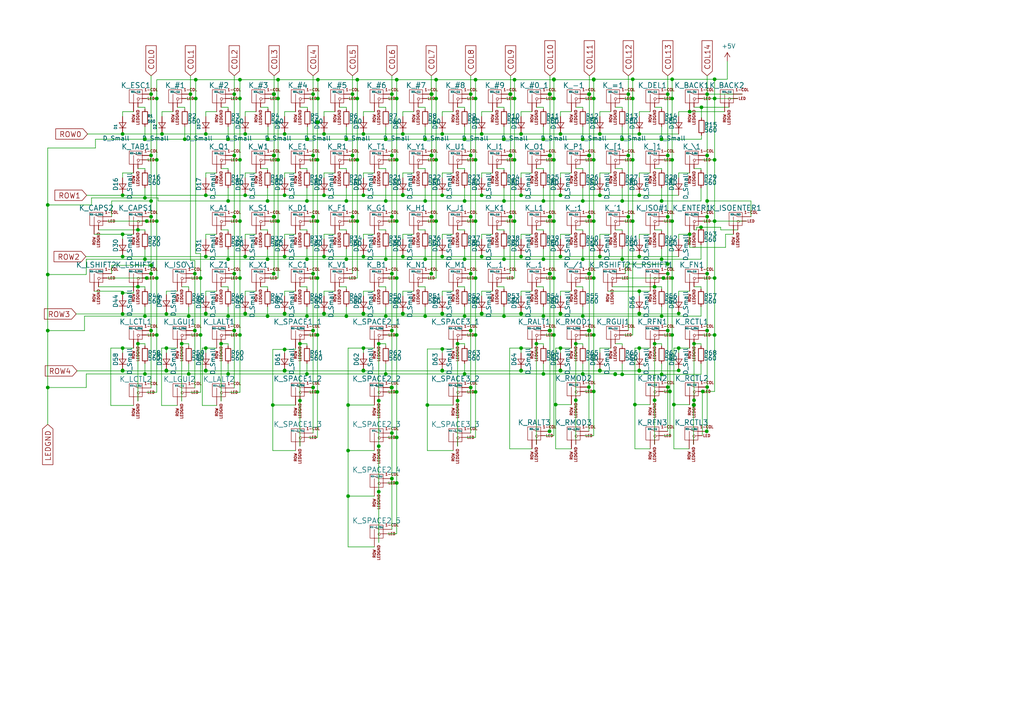
<source format=kicad_sch>
(kicad_sch (version 20211123) (generator eeschema)
  (paper "A4")
  (junction (at 59.69 107.569))
  (junction (at 54.737 91.694))
  (junction (at 125.222 62.865))
  (junction (at 66.167 75.184))
  (junction (at 162.56 90.932))
  (junction (at 193.675 112.268))
  (junction (at 105.41 107.442))
  (junction (at 191.897 58.293))
  (junction (at 43.815 27.305))
  (junction (at 109.855 116.205))
  (junction (at 92.075 80.645))
  (junction (at 162.56 38.862))
  (junction (at 162.56 100.965))
  (junction (at 128.27 38.862))
  (junction (at 137.922 64.135))
  (junction (at 200.025 67.945))
  (junction (at 59.69 91.059))
  (junction (at 59.69 74.422))
  (junction (at 69.596 28.575))
  (junction (at 42.037 91.694))
  (junction (at 194.945 64.135))
  (junction (at 66.167 40.386))
  (junction (at 86.995 99.695))
  (junction (at 35.56 38.862))
  (junction (at 193.675 27.305))
  (junction (at 126.492 46.355))
  (junction (at 162.56 107.442))
  (junction (at 92.202 28.575))
  (junction (at 105.41 107.569))
  (junction (at 103.632 23.114))
  (junction (at 194.945 22.987))
  (junction (at 185.42 84.455))
  (junction (at 148.082 45.085))
  (junction (at 115.062 80.645))
  (junction (at 189.865 116.078))
  (junction (at 89.027 108.458))
  (junction (at 45.466 80.645))
  (junction (at 151.13 107.569))
  (junction (at 58.166 80.645))
  (junction (at 111.887 108.458))
  (junction (at 170.815 45.085))
  (junction (at 115.062 23.114))
  (junction (at 102.235 27.305))
  (junction (at 157.607 58.293))
  (junction (at 35.56 84.963))
  (junction (at 109.855 99.695))
  (junction (at 128.27 107.442))
  (junction (at 159.512 62.865))
  (junction (at 93.98 38.862))
  (junction (at 137.922 46.355))
  (junction (at 137.922 113.665))
  (junction (at 90.805 45.085))
  (junction (at 42.037 108.458))
  (junction (at 185.42 107.442))
  (junction (at 67.945 45.085))
  (junction (at 66.167 58.293))
  (junction (at 116.84 90.932))
  (junction (at 48.26 107.569))
  (junction (at 90.805 62.865))
  (junction (at 151.13 100.965))
  (junction (at 93.98 56.642))
  (junction (at 102.235 62.865))
  (junction (at 92.075 35.433))
  (junction (at 128.27 107.569))
  (junction (at 77.597 75.184))
  (junction (at 80.645 46.355))
  (junction (at 157.607 91.694))
  (junction (at 136.525 79.375))
  (junction (at 169.037 75.184))
  (junction (at 204.978 125.095))
  (junction (at 116.84 91.059))
  (junction (at 167.005 99.695))
  (junction (at 203.454 31.115))
  (junction (at 128.27 56.642))
  (junction (at 45.466 97.155))
  (junction (at 172.212 23.114))
  (junction (at 125.095 62.865))
  (junction (at 116.84 56.515))
  (junction (at 194.945 97.155))
  (junction (at 116.84 74.422))
  (junction (at 43.815 62.865))
  (junction (at 46.99 38.862))
  (junction (at 128.27 101.219))
  (junction (at 113.665 125.603))
  (junction (at 69.596 23.114))
  (junction (at 80.645 64.135))
  (junction (at 56.769 28.575))
  (junction (at 170.815 62.865))
  (junction (at 159.385 45.085))
  (junction (at 172.212 22.987))
  (junction (at 161.163 117.348))
  (junction (at 42.545 64.135))
  (junction (at 193.675 62.865))
  (junction (at 43.815 79.375))
  (junction (at 67.945 62.865))
  (junction (at 125.222 27.305))
  (junction (at 69.596 97.155))
  (junction (at 93.98 91.059))
  (junction (at 196.85 107.442))
  (junction (at 136.525 62.865))
  (junction (at 89.027 75.184))
  (junction (at 151.13 90.932))
  (junction (at 172.212 97.155))
  (junction (at 71.12 56.642))
  (junction (at 89.027 58.293))
  (junction (at 115.062 28.575))
  (junction (at 105.41 74.422))
  (junction (at 100.457 75.184))
  (junction (at 183.515 22.987))
  (junction (at 71.12 74.422))
  (junction (at 59.69 90.932))
  (junction (at 42.037 57.404))
  (junction (at 125.095 79.375))
  (junction (at 207.264 46.355))
  (junction (at 132.715 99.695))
  (junction (at 93.98 90.932))
  (junction (at 139.7 91.059))
  (junction (at 172.212 113.538))
  (junction (at 40.005 83.185))
  (junction (at 109.855 129.413))
  (junction (at 128.27 91.059))
  (junction (at 89.154 40.386))
  (junction (at 180.467 108.585))
  (junction (at 185.42 74.422))
  (junction (at 115.062 140.081))
  (junction (at 53.594 40.386))
  (junction (at 48.26 107.442))
  (junction (at 170.815 95.885))
  (junction (at 159.512 79.375))
  (junction (at 56.515 95.885))
  (junction (at 71.12 38.862))
  (junction (at 149.225 23.114))
  (junction (at 56.515 79.375))
  (junction (at 203.327 65.913))
  (junction (at 193.675 95.885))
  (junction (at 160.655 64.135))
  (junction (at 100.965 130.683))
  (junction (at 160.655 97.155))
  (junction (at 193.675 45.085))
  (junction (at 183.515 28.575))
  (junction (at 56.769 23.114))
  (junction (at 157.607 108.458))
  (junction (at 170.942 95.885))
  (junction (at 64.135 99.695))
  (junction (at 134.747 91.694))
  (junction (at 201.295 116.078))
  (junction (at 139.7 90.932))
  (junction (at 123.317 75.184))
  (junction (at 123.317 58.293))
  (junction (at 113.665 45.085))
  (junction (at 170.815 27.305))
  (junction (at 195.453 117.348))
  (junction (at 82.55 90.932))
  (junction (at 139.7 38.862))
  (junction (at 113.665 62.865))
  (junction (at 116.84 56.642))
  (junction (at 159.385 79.375))
  (junction (at 102.235 45.085))
  (junction (at 185.42 38.862))
  (junction (at 193.675 79.375))
  (junction (at 100.965 143.891))
  (junction (at 100.457 40.386))
  (junction (at 172.212 28.575))
  (junction (at 71.12 91.059))
  (junction (at 45.466 64.135))
  (junction (at 43.815 58.293))
  (junction (at 48.26 91.059))
  (junction (at 205.105 45.085))
  (junction (at 82.55 101.346))
  (junction (at 66.167 108.458))
  (junction (at 185.42 100.965))
  (junction (at 160.655 23.114))
  (junction (at 151.13 74.422))
  (junction (at 170.942 62.865))
  (junction (at 79.375 79.375))
  (junction (at 151.13 91.059))
  (junction (at 184.15 117.348))
  (junction (at 59.69 56.642))
  (junction (at 137.922 23.114))
  (junction (at 159.385 125.095))
  (junction (at 200.025 32.385))
  (junction (at 77.597 91.694))
  (junction (at 67.945 95.885))
  (junction (at 170.942 79.375))
  (junction (at 159.385 95.885))
  (junction (at 42.037 75.184))
  (junction (at 191.897 75.184))
  (junction (at 111.887 91.694))
  (junction (at 92.202 35.433))
  (junction (at 139.7 56.642))
  (junction (at 160.655 22.987))
  (junction (at 43.815 95.885))
  (junction (at 192.405 80.645))
  (junction (at 146.177 58.293))
  (junction (at 162.56 91.059))
  (junction (at 151.13 107.442))
  (junction (at 105.41 90.932))
  (junction (at 109.855 142.621))
  (junction (at 115.062 64.135))
  (junction (at 35.56 100.965))
  (junction (at 45.466 28.575))
  (junction (at 207.264 28.575))
  (junction (at 92.075 113.665))
  (junction (at 159.512 27.305))
  (junction (at 180.467 40.386))
  (junction (at 123.952 117.475))
  (junction (at 113.665 95.885))
  (junction (at 69.596 80.645))
  (junction (at 128.27 90.932))
  (junction (at 103.632 28.575))
  (junction (at 92.202 23.114))
  (junction (at 79.121 117.475))
  (junction (at 86.995 116.205))
  (junction (at 205.105 95.885))
  (junction (at 159.512 45.085))
  (junction (at 52.705 99.695))
  (junction (at 146.177 75.184))
  (junction (at 35.56 56.642))
  (junction (at 82.55 107.569))
  (junction (at 170.942 27.305))
  (junction (at 116.84 38.862))
  (junction (at 149.225 46.355))
  (junction (at 90.805 112.395))
  (junction (at 182.245 45.085))
  (junction (at 80.645 28.575))
  (junction (at 79.375 45.085))
  (junction (at 194.945 80.645))
  (junction (at 137.922 28.575))
  (junction (at 159.512 95.885))
  (junction (at 69.596 46.355))
  (junction (at 100.965 117.475))
  (junction (at 205.105 112.268))
  (junction (at 79.502 62.865))
  (junction (at 93.98 74.422))
  (junction (at 13.843 112.395))
  (junction (at 132.715 116.205))
  (junction (at 103.632 46.355))
  (junction (at 77.724 40.386))
  (junction (at 193.675 76.581))
  (junction (at 189.865 99.695))
  (junction (at 169.037 58.293))
  (junction (at 180.467 75.184))
  (junction (at 173.99 74.422))
  (junction (at 180.467 58.293))
  (junction (at 59.69 38.862))
  (junction (at 115.062 46.355))
  (junction (at 35.56 107.569))
  (junction (at 89.027 91.694))
  (junction (at 194.945 28.575))
  (junction (at 148.082 27.305))
  (junction (at 139.7 74.422))
  (junction (at 123.317 91.694))
  (junction (at 136.525 27.305))
  (junction (at 113.665 138.811))
  (junction (at 148.082 62.865))
  (junction (at 92.075 64.135))
  (junction (at 205.105 62.865))
  (junction (at 59.69 100.965))
  (junction (at 172.212 64.135))
  (junction (at 82.55 91.059))
  (junction (at 157.607 40.386))
  (junction (at 160.655 80.645))
  (junction (at 59.69 107.442))
  (junction (at 113.665 79.375))
  (junction (at 79.502 27.305))
  (junction (at 125.222 45.085))
  (junction (at 173.99 38.862))
  (junction (at 126.492 64.135))
  (junction (at 35.56 67.945))
  (junction (at 43.815 45.085))
  (junction (at 205.105 27.305))
  (junction (at 201.295 117.475))
  (junction (at 113.538 112.395))
  (junction (at 185.42 107.569))
  (junction (at 157.607 75.184))
  (junction (at 115.062 113.665))
  (junction (at 146.177 40.386))
  (junction (at 126.492 28.575))
  (junction (at 67.945 79.375))
  (junction (at 82.55 56.642))
  (junction (at 169.037 91.694))
  (junction (at 105.41 38.862))
  (junction (at 149.225 28.575))
  (junction (at 207.264 97.155))
  (junction (at 43.815 76.962))
  (junction (at 170.815 112.268))
  (junction (at 169.037 108.458))
  (junction (at 182.245 27.305))
  (junction (at 111.887 75.184))
  (junction (at 178.435 108.458))
  (junction (at 35.56 74.422))
  (junction (at 92.075 97.155))
  (junction (at 58.166 97.155))
  (junction (at 54.737 108.458))
  (junction (at 103.632 64.135))
  (junction (at 40.005 99.695))
  (junction (at 155.575 99.695))
  (junction (at 207.264 80.645))
  (junction (at 170.942 45.085))
  (junction (at 45.466 46.355))
  (junction (at 13.843 59.436))
  (junction (at 105.41 100.965))
  (junction (at 194.945 46.355))
  (junction (at 160.655 46.355))
  (junction (at 201.295 99.695))
  (junction (at 100.457 91.694))
  (junction (at 162.56 56.642))
  (junction (at 160.655 28.575))
  (junction (at 207.264 64.135))
  (junction (at 42.037 40.386))
  (junction (at 134.747 58.293))
  (junction (at 149.225 64.135))
  (junction (at 134.747 75.184))
  (junction (at 162.56 107.569))
  (junction (at 147.955 45.085))
  (junction (at 111.887 40.386))
  (junction (at 100.457 58.293))
  (junction (at 203.835 113.538))
  (junction (at 196.85 90.932))
  (junction (at 79.502 45.085))
  (junction (at 67.945 27.305))
  (junction (at 35.56 107.442))
  (junction (at 125.095 45.085))
  (junction (at 147.955 27.305))
  (junction (at 82.55 38.862))
  (junction (at 90.805 27.305))
  (junction (at 162.56 74.422))
  (junction (at 191.897 108.585))
  (junction (at 178.435 108.585))
  (junction (at 185.42 90.932))
  (junction (at 151.13 56.642))
  (junction (at 136.525 95.885))
  (junction (at 167.005 116.078))
  (junction (at 113.665 27.305))
  (junction (at 82.55 107.442))
  (junction (at 115.062 97.155))
  (junction (at 77.597 58.293))
  (junction (at 105.41 56.642))
  (junction (at 42.545 80.645))
  (junction (at 185.42 56.642))
  (junction (at 55.245 27.305))
  (junction (at 66.167 91.694))
  (junction (at 13.843 79.629))
  (junction (at 69.596 64.135))
  (junction (at 182.245 62.865))
  (junction (at 40.005 66.675))
  (junction (at 201.168 117.475))
  (junction (at 205.105 79.375))
  (junction (at 128.27 74.422))
  (junction (at 196.85 100.965))
  (junction (at 90.805 79.375))
  (junction (at 183.515 64.135))
  (junction (at 105.41 91.059))
  (junction (at 90.805 95.885))
  (junction (at 115.062 126.873))
  (junction (at 137.922 97.155))
  (junction (at 170.815 79.375))
  (junction (at 173.99 107.569))
  (junction (at 159.385 27.305))
  (junction (at 13.843 95.885))
  (junction (at 151.13 38.862))
  (junction (at 172.212 80.645))
  (junction (at 189.865 83.185))
  (junction (at 172.212 46.355))
  (junction (at 111.887 58.293))
  (junction (at 113.665 112.395))
  (junction (at 159.385 62.865))
  (junction (at 136.525 112.395))
  (junction (at 207.264 22.987))
  (junction (at 134.747 108.458))
  (junction (at 79.375 27.305))
  (junction (at 185.42 91.059))
  (junction (at 82.55 74.422))
  (junction (at 134.747 40.386))
  (junction (at 123.317 40.386))
  (junction (at 147.955 62.865))
  (junction (at 136.525 45.085))
  (junction (at 80.645 23.114))
  (junction (at 92.075 46.355))
  (junction (at 137.922 80.645))
  (junction (at 173.99 56.642))
  (junction (at 126.492 23.114))
  (junction (at 173.99 107.442))
  (junction (at 205.105 58.293))
  (junction (at 191.897 91.694))
  (junction (at 48.26 100.965))
  (junction (at 79.375 62.865))
  (junction (at 71.12 90.932))
  (junction (at 194.31 113.538))
  (junction (at 146.177 91.694))
  (junction (at 183.515 46.355))
  (junction (at 169.037 40.386))
  (junction (at 35.56 91.059))
  (junction (at 125.095 27.305))
  (junction (at 191.897 40.386))
  (wire (pts (xy 59.69 32.385) (xy 59.69 33.782)))
  (wire (pts (xy 59.69 100.965) (xy 62.865 100.965)))
  (wire (pts (xy 93.98 74.422) (xy 105.41 74.422)))
  (wire (pts (xy 113.665 45.085) (xy 113.665 62.865)))
  (wire (pts (xy 93.98 91.059) (xy 93.98 90.932)))
  (wire (pts (xy 111.887 58.293) (xy 123.317 58.293)))
  (wire (pts (xy 92.202 35.433) (xy 92.075 35.433)))
  (wire (pts (xy 167.005 99.695) (xy 167.005 116.078)))
  (wire (pts (xy 139.7 74.422) (xy 151.13 74.422)))
  (wire (pts (xy 182.245 62.865) (xy 182.245 95.885)))
  (wire (pts (xy 40.005 99.695) (xy 42.037 99.695)))
  (wire (pts (xy 125.222 62.865) (xy 125.222 79.375)))
  (wire (pts (xy 69.596 46.355) (xy 66.675 46.355)))
  (wire (pts (xy 135.255 64.135) (xy 137.922 64.135)))
  (wire (pts (xy 146.177 36.703) (xy 146.177 40.386)))
  (wire (pts (xy 55.245 75.565) (xy 56.515 75.565)))
  (wire (pts (xy 159.512 27.305) (xy 159.512 45.085)))
  (wire (pts (xy 111.887 36.703) (xy 111.887 40.386)))
  (wire (pts (xy 170.942 45.085) (xy 170.942 62.865)))
  (wire (pts (xy 159.512 62.865) (xy 159.512 79.375)))
  (wire (pts (xy 195.453 117.348) (xy 195.453 130.175)))
  (wire (pts (xy 151.13 91.059) (xy 151.13 90.932)))
  (wire (pts (xy 42.545 28.575) (xy 45.466 28.575)))
  (wire (pts (xy 170.942 21.971) (xy 170.942 27.305)))
  (wire (pts (xy 116.84 91.059) (xy 116.84 90.932)))
  (wire (pts (xy 51.435 31.115) (xy 53.594 31.115)))
  (wire (pts (xy 196.85 107.569) (xy 196.85 107.442)))
  (wire (pts (xy 35.56 100.965) (xy 35.56 102.362)))
  (wire (pts (xy 69.596 113.792) (xy 66.675 113.792)))
  (wire (pts (xy 185.42 56.642) (xy 196.85 56.642)))
  (wire (pts (xy 207.264 22.987) (xy 207.264 28.575)))
  (wire (pts (xy 98.425 31.115) (xy 100.457 31.115)))
  (wire (pts (xy 169.037 108.458) (xy 178.435 108.458)))
  (wire (pts (xy 131.445 117.475) (xy 123.952 117.475)))
  (wire (pts (xy 183.515 64.135) (xy 183.515 97.155)))
  (wire (pts (xy 132.715 116.205) (xy 132.715 129.413)))
  (wire (pts (xy 157.607 75.184) (xy 157.607 72.136)))
  (wire (pts (xy 151.13 50.165) (xy 151.13 51.562)))
  (wire (pts (xy 132.715 99.695) (xy 134.747 99.695)))
  (wire (pts (xy 35.56 67.945) (xy 38.735 67.945)))
  (wire (pts (xy 205.105 21.971) (xy 205.105 27.305)))
  (wire (pts (xy 132.715 66.675) (xy 134.747 66.675)))
  (wire (pts (xy 54.737 99.695) (xy 54.737 100.33)))
  (wire (pts (xy 109.855 129.413) (xy 109.855 142.621)))
  (wire (pts (xy 111.887 40.386) (xy 123.317 40.386)))
  (wire (pts (xy 98.425 83.185) (xy 100.457 83.185)))
  (wire (pts (xy 89.027 88.9) (xy 89.027 91.694)))
  (wire (pts (xy 180.975 46.355) (xy 183.515 46.355)))
  (wire (pts (xy 180.467 108.585) (xy 191.897 108.585)))
  (wire (pts (xy 184.15 100.965) (xy 184.15 117.348)))
  (wire (pts (xy 191.897 54.483) (xy 191.897 58.293)))
  (wire (pts (xy 159.512 125.095) (xy 159.385 125.095)))
  (wire (pts (xy 67.945 21.971) (xy 67.945 27.305)))
  (wire (pts (xy 134.747 40.386) (xy 146.177 40.386)))
  (wire (pts (xy 147.955 62.865) (xy 147.955 79.375)))
  (wire (pts (xy 210.947 22.987) (xy 210.947 17.78)))
  (wire (pts (xy 100.965 143.891) (xy 108.585 143.891)))
  (wire (pts (xy 85.725 50.165) (xy 82.55 50.165)))
  (wire (pts (xy 93.98 84.455) (xy 93.98 85.852)))
  (wire (pts (xy 173.99 50.165) (xy 173.99 51.562)))
  (wire (pts (xy 178.435 66.675) (xy 180.467 66.675)))
  (wire (pts (xy 59.69 50.165) (xy 59.69 51.562)))
  (wire (pts (xy 128.27 107.569) (xy 128.27 107.442)))
  (wire (pts (xy 183.515 28.575) (xy 183.515 46.355)))
  (wire (pts (xy 62.865 32.385) (xy 59.69 32.385)))
  (wire (pts (xy 162.56 107.569) (xy 173.99 107.569)))
  (wire (pts (xy 135.255 46.355) (xy 137.922 46.355)))
  (wire (pts (xy 149.225 28.575) (xy 146.685 28.575)))
  (wire (pts (xy 115.062 46.355) (xy 115.062 64.135)))
  (wire (pts (xy 105.41 107.569) (xy 128.27 107.569)))
  (wire (pts (xy 59.69 74.422) (xy 71.12 74.422)))
  (wire (pts (xy 121.285 31.115) (xy 123.317 31.115)))
  (wire (pts (xy 165.735 32.385) (xy 162.56 32.385)))
  (wire (pts (xy 120.015 67.945) (xy 116.84 67.945)))
  (wire (pts (xy 62.865 50.165) (xy 59.69 50.165)))
  (wire (pts (xy 132.715 31.115) (xy 134.747 31.115)))
  (wire (pts (xy 42.037 48.895) (xy 42.037 49.403)))
  (wire (pts (xy 189.865 116.078) (xy 189.865 128.905)))
  (wire (pts (xy 203.835 28.575) (xy 207.264 28.575)))
  (wire (pts (xy 162.56 100.965) (xy 162.56 102.362)))
  (wire (pts (xy 212.725 67.945) (xy 210.439 67.945)))
  (wire (pts (xy 115.062 64.135) (xy 115.062 80.645)))
  (wire (pts (xy 75.565 83.185) (xy 77.597 83.185)))
  (wire (pts (xy 69.596 28.575) (xy 66.675 28.575)))
  (wire (pts (xy 170.942 62.865) (xy 170.942 79.375)))
  (wire (pts (xy 170.815 112.268) (xy 170.815 125.095)))
  (wire (pts (xy 160.655 80.645) (xy 160.655 97.155)))
  (wire (pts (xy 102.235 45.085) (xy 102.235 62.865)))
  (wire (pts (xy 100.965 46.355) (xy 103.632 46.355)))
  (wire (pts (xy 121.285 48.895) (xy 123.317 48.895)))
  (wire (pts (xy 59.69 56.642) (xy 71.12 56.642)))
  (wire (pts (xy 126.492 64.135) (xy 126.492 80.645)))
  (wire (pts (xy 42.545 80.645) (xy 31.115 80.645)))
  (wire (pts (xy 35.56 100.965) (xy 38.735 100.965)))
  (wire (pts (xy 162.56 56.642) (xy 173.99 56.642)))
  (wire (pts (xy 115.062 113.665) (xy 112.395 113.665)))
  (wire (pts (xy 105.41 56.642) (xy 116.84 56.642)))
  (wire (pts (xy 13.843 95.885) (xy 13.843 112.395)))
  (wire (pts (xy 93.98 38.862) (xy 105.41 38.862)))
  (wire (pts (xy 178.435 31.115) (xy 180.467 31.115)))
  (wire (pts (xy 131.445 84.455) (xy 128.27 84.455)))
  (wire (pts (xy 128.27 32.385) (xy 128.27 33.782)))
  (wire (pts (xy 170.942 95.885) (xy 170.815 95.885)))
  (wire (pts (xy 58.166 73.533) (xy 58.166 80.645)))
  (wire (pts (xy 196.85 67.945) (xy 196.85 69.342)))
  (wire (pts (xy 159.512 79.375) (xy 159.512 95.885)))
  (wire (pts (xy 180.467 48.895) (xy 180.467 49.403)))
  (wire (pts (xy 58.166 80.645) (xy 58.166 97.155)))
  (wire (pts (xy 100.965 130.683) (xy 108.585 130.683)))
  (wire (pts (xy 172.212 23.114) (xy 172.212 28.575)))
  (wire (pts (xy 66.167 54.483) (xy 66.167 58.293)))
  (wire (pts (xy 162.56 32.385) (xy 162.56 33.782)))
  (wire (pts (xy 71.12 84.455) (xy 71.12 85.852)))
  (wire (pts (xy 193.675 21.971) (xy 193.675 27.305)))
  (wire (pts (xy 55.245 21.971) (xy 55.245 27.305)))
  (wire (pts (xy 167.005 48.895) (xy 169.037 48.895)))
  (wire (pts (xy 149.225 80.645) (xy 146.685 80.645)))
  (wire (pts (xy 69.596 28.575) (xy 69.596 46.355)))
  (wire (pts (xy 92.075 113.665) (xy 89.535 113.665)))
  (wire (pts (xy 93.98 67.945) (xy 93.98 69.342)))
  (wire (pts (xy 90.805 79.375) (xy 90.805 95.885)))
  (wire (pts (xy 89.027 83.185) (xy 89.027 83.82)))
  (wire (pts (xy 64.135 48.895) (xy 66.167 48.895)))
  (wire (pts (xy 79.121 117.475) (xy 79.121 130.683)))
  (wire (pts (xy 157.607 83.185) (xy 157.607 83.82)))
  (wire (pts (xy 180.086 80.645) (xy 192.405 80.645)))
  (wire (pts (xy 128.27 67.945) (xy 128.27 69.342)))
  (wire (pts (xy 108.585 84.455) (xy 105.41 84.455)))
  (wire (pts (xy 172.212 64.135) (xy 172.212 80.645)))
  (wire (pts (xy 89.154 36.703) (xy 89.154 40.386)))
  (wire (pts (xy 90.805 45.085) (xy 90.805 62.865)))
  (wire (pts (xy 62.865 67.945) (xy 59.69 67.945)))
  (wire (pts (xy 86.995 66.675) (xy 89.027 66.675)))
  (wire (pts (xy 201.295 99.695) (xy 203.327 99.695)))
  (wire (pts (xy 207.264 80.645) (xy 207.264 97.155)))
  (wire (pts (xy 172.212 126.365) (xy 169.545 126.365)))
  (wire (pts (xy 109.855 48.895) (xy 111.887 48.895)))
  (wire (pts (xy 71.12 91.059) (xy 71.12 90.932)))
  (wire (pts (xy 180.467 75.184) (xy 180.467 72.136)))
  (wire (pts (xy 132.715 48.895) (xy 134.747 48.895)))
  (wire (pts (xy 100.457 58.293) (xy 111.887 58.293)))
  (wire (pts (xy 159.512 79.375) (xy 159.385 79.375)))
  (wire (pts (xy 162.56 67.945) (xy 162.56 69.342)))
  (wire (pts (xy 196.85 84.455) (xy 196.85 85.852)))
  (wire (pts (xy 157.607 48.895) (xy 157.607 49.403)))
  (wire (pts (xy 157.607 91.694) (xy 169.037 91.694)))
  (wire (pts (xy 111.887 105.41) (xy 111.887 108.458)))
  (wire (pts (xy 144.145 66.675) (xy 146.177 66.675)))
  (wire (pts (xy 148.082 21.971) (xy 148.082 27.305)))
  (wire (pts (xy 42.037 108.458) (xy 54.737 108.458)))
  (wire (pts (xy 189.865 83.185) (xy 191.897 83.185)))
  (wire (pts (xy 97.155 67.945) (xy 93.98 67.945)))
  (wire (pts (xy 139.7 32.385) (xy 139.7 33.782)))
  (wire (pts (xy 115.062 97.155) (xy 115.062 113.665)))
  (wire (pts (xy 100.965 100.965) (xy 105.41 100.965)))
  (wire (pts (xy 194.31 113.538) (xy 194.31 126.365)))
  (wire (pts (xy 203.327 83.185) (xy 203.327 83.82)))
  (wire (pts (xy 191.897 99.695) (xy 191.897 100.33)))
  (wire (pts (xy 89.027 58.293) (xy 100.457 58.293)))
  (wire (pts (xy 185.42 100.965) (xy 188.595 100.965)))
  (wire (pts (xy 64.135 99.695) (xy 66.167 99.695)))
  (wire (pts (xy 123.952 101.219) (xy 128.27 101.219)))
  (wire (pts (xy 180.467 54.483) (xy 180.467 58.293)))
  (wire (pts (xy 42.037 105.41) (xy 42.037 108.458)))
  (wire (pts (xy 79.502 45.085) (xy 79.375 45.085)))
  (wire (pts (xy 89.154 40.386) (xy 100.457 40.386)))
  (wire (pts (xy 22.352 107.569) (xy 35.56 107.569)))
  (wire (pts (xy 170.942 79.375) (xy 170.815 79.375)))
  (wire (pts (xy 111.887 66.675) (xy 111.887 67.056)))
  (wire (pts (xy 58.166 97.155) (xy 58.166 113.792)))
  (wire (pts (xy 54.737 108.458) (xy 66.167 108.458)))
  (wire (pts (xy 56.515 95.885) (xy 56.515 112.522)))
  (wire (pts (xy 69.596 46.355) (xy 69.596 64.135)))
  (wire (pts (xy 66.167 83.185) (xy 66.167 83.82)))
  (wire (pts (xy 13.843 112.395) (xy 13.843 123.063)))
  (wire (pts (xy 196.85 91.059) (xy 196.85 90.932)))
  (wire (pts (xy 35.56 107.569) (xy 48.26 107.569)))
  (wire (pts (xy 151.13 56.642) (xy 162.56 56.642)))
  (wire (pts (xy 196.85 32.385) (xy 196.85 33.782)))
  (wire (pts (xy 202.057 65.913) (xy 203.327 65.913)))
  (wire (pts (xy 146.177 83.185) (xy 146.177 83.82)))
  (wire (pts (xy 144.145 83.185) (xy 146.177 83.185)))
  (wire (pts (xy 158.115 80.645) (xy 160.655 80.645)))
  (wire (pts (xy 135.255 28.575) (xy 137.922 28.575)))
  (wire (pts (xy 115.062 23.114) (xy 115.062 28.575)))
  (wire (pts (xy 180.467 105.41) (xy 180.467 108.585)))
  (wire (pts (xy 24.511 95.885) (xy 24.511 91.694)))
  (wire (pts (xy 86.995 116.205) (xy 86.995 129.413)))
  (wire (pts (xy 92.075 35.433) (xy 92.075 46.355)))
  (wire (pts (xy 55.245 80.645) (xy 58.166 80.645)))
  (wire (pts (xy 66.167 91.694) (xy 77.597 91.694)))
  (wire (pts (xy 77.597 91.694) (xy 89.027 91.694)))
  (wire (pts (xy 35.56 74.422) (xy 59.69 74.422)))
  (wire (pts (xy 200.025 50.165) (xy 196.85 50.165)))
  (wire (pts (xy 194.31 104.013) (xy 194.31 113.538)))
  (wire (pts (xy 201.295 83.185) (xy 203.327 83.185)))
  (wire (pts (xy 59.69 107.569) (xy 59.69 107.442)))
  (wire (pts (xy 128.27 101.219) (xy 128.27 102.362)))
  (wire (pts (xy 123.317 83.185) (xy 123.317 83.82)))
  (wire (pts (xy 125.222 79.375) (xy 125.095 79.375)))
  (wire (pts (xy 82.55 101.346) (xy 85.725 101.346)))
  (wire (pts (xy 142.875 84.455) (xy 139.7 84.455)))
  (wire (pts (xy 35.56 84.963) (xy 35.56 85.471)))
  (wire (pts (xy 89.535 64.135) (xy 92.075 64.135)))
  (wire (pts (xy 134.747 31.115) (xy 134.747 31.623)))
  (wire (pts (xy 159.512 45.085) (xy 159.512 62.865)))
  (wire (pts (xy 77.597 83.185) (xy 77.597 83.82)))
  (wire (pts (xy 167.005 116.078) (xy 167.005 128.905)))
  (wire (pts (xy 192.405 46.355) (xy 194.945 46.355)))
  (wire (pts (xy 193.675 95.885) (xy 193.675 112.268)))
  (wire (pts (xy 46.863 100.965) (xy 48.26 100.965)))
  (wire (pts (xy 64.135 83.185) (xy 66.167 83.185)))
  (wire (pts (xy 108.585 50.165) (xy 105.41 50.165)))
  (wire (pts (xy 59.69 102.362) (xy 59.69 100.965)))
  (wire (pts (xy 194.945 80.645) (xy 194.945 97.155)))
  (wire (pts (xy 82.55 50.165) (xy 82.55 51.562)))
  (wire (pts (xy 45.847 57.404) (xy 45.847 58.293)))
  (wire (pts (xy 151.13 100.965) (xy 154.305 100.965)))
  (wire (pts (xy 43.815 27.305) (xy 43.815 45.085)))
  (wire (pts (xy 66.167 40.386) (xy 77.724 40.386)))
  (wire (pts (xy 66.167 36.703) (xy 66.167 40.386)))
  (wire (pts (xy 169.545 97.155) (xy 172.212 97.155)))
  (wire (pts (xy 111.887 83.185) (xy 111.887 83.82)))
  (wire (pts (xy 69.596 64.135) (xy 66.675 64.135)))
  (wire (pts (xy 71.12 74.422) (xy 82.55 74.422)))
  (wire (pts (xy 62.865 117.602) (xy 58.674 117.602)))
  (wire (pts (xy 136.525 62.865) (xy 136.525 79.375)))
  (wire (pts (xy 77.597 75.184) (xy 89.027 75.184)))
  (wire (pts (xy 123.317 40.386) (xy 134.747 40.386)))
  (wire (pts (xy 173.99 74.422) (xy 185.42 74.422)))
  (wire (pts (xy 13.843 59.436) (xy 26.543 59.436)))
  (wire (pts (xy 176.276 84.455) (xy 185.42 84.455)))
  (wire (pts (xy 116.84 56.642) (xy 128.27 56.642)))
  (wire (pts (xy 147.828 100.965) (xy 147.828 130.175)))
  (wire (pts (xy 132.715 99.695) (xy 132.715 116.205)))
  (wire (pts (xy 62.865 84.455) (xy 59.69 84.455)))
  (wire (pts (xy 79.502 27.305) (xy 79.375 27.305)))
  (wire (pts (xy 93.98 50.165) (xy 93.98 51.562)))
  (wire (pts (xy 89.027 105.41) (xy 89.027 108.458)))
  (wire (pts (xy 66.167 108.458) (xy 89.027 108.458)))
  (wire (pts (xy 160.655 28.575) (xy 160.655 46.355)))
  (wire (pts (xy 182.245 45.085) (xy 182.245 62.865)))
  (wire (pts (xy 67.945 79.375) (xy 67.945 95.885)))
  (wire (pts (xy 162.56 50.165) (xy 162.56 51.562)))
  (wire (pts (xy 137.922 28.575) (xy 137.922 46.355)))
  (wire (pts (xy 123.317 36.703) (xy 123.317 40.386)))
  (wire (pts (xy 28.575 66.675) (xy 40.005 66.675)))
  (wire (pts (xy 50.165 32.385) (xy 46.99 32.385)))
  (wire (pts (xy 128.27 50.165) (xy 128.27 51.562)))
  (wire (pts (xy 58.674 117.602) (xy 58.674 100.965)))
  (wire (pts (xy 80.645 46.355) (xy 80.645 64.135)))
  (wire (pts (xy 189.865 48.895) (xy 191.897 48.895)))
  (wire (pts (xy 139.7 38.862) (xy 151.13 38.862)))
  (wire (pts (xy 205.105 62.865) (xy 205.105 79.375)))
  (wire (pts (xy 200.025 32.385) (xy 210.185 32.385)))
  (wire (pts (xy 169.037 105.41) (xy 169.037 108.458)))
  (wire (pts (xy 105.41 67.945) (xy 105.41 69.342)))
  (wire (pts (xy 111.887 88.9) (xy 111.887 91.694)))
  (wire (pts (xy 128.27 84.455) (xy 128.27 85.852)))
  (wire (pts (xy 92.075 126.873) (xy 89.535 126.873)))
  (wire (pts (xy 71.12 32.385) (xy 71.12 33.782)))
  (wire (pts (xy 89.027 99.695) (xy 89.027 100.33)))
  (wire (pts (xy 77.597 88.9) (xy 77.597 91.694)))
  (wire (pts (xy 169.545 80.645) (xy 172.212 80.645)))
  (wire (pts (xy 125.222 27.305) (xy 125.222 45.085)))
  (wire (pts (xy 51.435 84.455) (xy 48.26 84.455)))
  (wire (pts (xy 183.515 97.155) (xy 180.975 97.155)))
  (wire (pts (xy 205.105 112.268) (xy 205.105 125.095)))
  (wire (pts (xy 100.965 143.891) (xy 100.965 158.623)))
  (wire (pts (xy 109.855 116.205) (xy 109.855 129.413)))
  (wire (pts (xy 189.865 31.115) (xy 191.897 31.115)))
  (wire (pts (xy 178.435 108.585) (xy 180.467 108.585)))
  (wire (pts (xy 205.105 125.095) (xy 204.978 125.095)))
  (wire (pts (xy 126.492 80.645) (xy 123.825 80.645)))
  (wire (pts (xy 160.655 23.114) (xy 160.655 28.575)))
  (wire (pts (xy 195.453 130.175) (xy 199.898 130.175)))
  (wire (pts (xy 203.327 48.895) (xy 203.327 49.403)))
  (wire (pts (xy 59.69 107.569) (xy 82.55 107.569)))
  (wire (pts (xy 180.975 28.575) (xy 183.515 28.575)))
  (wire (pts (xy 209.042 66.675) (xy 209.042 65.913)))
  (wire (pts (xy 200.025 71.755) (xy 200.025 67.945)))
  (wire (pts (xy 42.037 31.115) (xy 42.037 31.623)))
  (wire (pts (xy 172.212 28.575) (xy 172.212 46.355)))
  (wire (pts (xy 45.466 80.645) (xy 42.545 80.645)))
  (wire (pts (xy 45.847 58.293) (xy 66.167 58.293)))
  (wire (pts (xy 177.165 100.965) (xy 173.99 100.965)))
  (wire (pts (xy 134.747 83.185) (xy 134.747 83.82)))
  (wire (pts (xy 82.55 74.422) (xy 93.98 74.422)))
  (wire (pts (xy 100.457 66.675) (xy 100.457 67.056)))
  (wire (pts (xy 185.42 38.862) (xy 196.85 38.862)))
  (wire (pts (xy 116.84 56.515) (xy 116.84 56.642)))
  (wire (pts (xy 151.13 84.455) (xy 151.13 85.852)))
  (wire (pts (xy 89.535 46.355) (xy 92.075 46.355)))
  (wire (pts (xy 160.655 97.155) (xy 160.655 126.365)))
  (wire (pts (xy 154.305 32.385) (xy 151.13 32.385)))
  (wire (pts (xy 120.015 84.455) (xy 116.84 84.455)))
  (wire (pts (xy 89.535 97.155) (xy 92.075 97.155)))
  (wire (pts (xy 126.492 46.355) (xy 126.492 64.135)))
  (wire (pts (xy 103.632 46.355) (xy 103.632 64.135)))
  (wire (pts (xy 32.385 58.293) (xy 32.385 62.865)))
  (wire (pts (xy 123.952 117.475) (xy 123.952 130.683)))
  (wire (pts (xy 149.225 28.575) (xy 149.225 46.355)))
  (wire (pts (xy 151.13 38.862) (xy 162.56 38.862)))
  (wire (pts (xy 58.674 100.965) (xy 59.69 100.965)))
  (wire (pts (xy 157.607 54.483) (xy 157.607 58.293)))
  (wire (pts (xy 160.655 46.355) (xy 160.655 64.135)))
  (wire (pts (xy 55.245 27.305) (xy 55.245 75.565)))
  (wire (pts (xy 46.863 117.602) (xy 46.863 100.965)))
  (wire (pts (xy 43.815 62.865) (xy 43.815 76.962)))
  (wire (pts (xy 172.212 80.645) (xy 172.212 97.155)))
  (wire (pts (xy 132.715 83.185) (xy 134.747 83.185)))
  (wire (pts (xy 25.019 75.184) (xy 42.037 75.184)))
  (wire (pts (xy 111.887 75.184) (xy 123.317 75.184)))
  (wire (pts (xy 115.062 126.873) (xy 112.395 126.873)))
  (wire (pts (xy 148.082 27.305) (xy 147.955 27.305)))
  (wire (pts (xy 125.222 45.085) (xy 125.222 62.865)))
  (wire (pts (xy 45.466 64.135) (xy 42.545 64.135)))
  (wire (pts (xy 13.843 59.436) (xy 13.843 79.629)))
  (wire (pts (xy 180.467 66.675) (xy 180.467 67.056)))
  (wire (pts (xy 192.405 80.645) (xy 194.945 80.645)))
  (wire (pts (xy 40.005 83.185) (xy 42.037 83.185)))
  (wire (pts (xy 157.607 31.115) (xy 157.607 31.623)))
  (wire (pts (xy 169.037 36.703) (xy 169.037 40.386)))
  (wire (pts (xy 173.99 67.945) (xy 173.99 69.342)))
  (wire (pts (xy 126.492 28.575) (xy 123.825 28.575)))
  (wire (pts (xy 136.525 45.085) (xy 136.525 62.865)))
  (wire (pts (xy 169.037 91.694) (xy 191.897 91.694)))
  (wire (pts (xy 77.724 40.386) (xy 89.154 40.386)))
  (wire (pts (xy 158.115 46.355) (xy 160.655 46.355)))
  (wire (pts (xy 191.897 48.895) (xy 191.897 49.403)))
  (wire (pts (xy 123.317 66.675) (xy 123.317 67.056)))
  (wire (pts (xy 123.317 31.115) (xy 123.317 31.623)))
  (wire (pts (xy 203.327 91.694) (xy 203.327 88.9)))
  (wire (pts (xy 131.445 67.945) (xy 128.27 67.945)))
  (wire (pts (xy 69.596 64.135) (xy 69.596 80.645)))
  (wire (pts (xy 193.675 76.581) (xy 181.356 76.581)))
  (wire (pts (xy 154.305 67.945) (xy 151.13 67.945)))
  (wire (pts (xy 32.131 100.965) (xy 35.56 100.965)))
  (wire (pts (xy 35.56 90.551) (xy 35.56 91.059)))
  (wire (pts (xy 42.037 75.184) (xy 66.167 75.184)))
  (wire (pts (xy 148.082 45.085) (xy 147.955 45.085)))
  (wire (pts (xy 193.675 62.865) (xy 193.675 76.581)))
  (wire (pts (xy 191.897 40.386) (xy 203.454 40.386)))
  (wire (pts (xy 43.815 58.293) (xy 32.385 58.293)))
  (wire (pts (xy 169.037 75.184) (xy 180.467 75.184)))
  (wire (pts (xy 142.875 50.165) (xy 139.7 50.165)))
  (wire (pts (xy 93.98 91.059) (xy 105.41 91.059)))
  (wire (pts (xy 123.317 58.293) (xy 134.747 58.293)))
  (wire (pts (xy 203.835 113.538) (xy 203.708 113.538)))
  (wire (pts (xy 146.177 54.483) (xy 146.177 58.293)))
  (wire (pts (xy 188.595 32.385) (xy 185.42 32.385)))
  (wire (pts (xy 160.655 28.575) (xy 158.115 28.575)))
  (wire (pts (xy 43.815 76.962) (xy 43.815 79.375)))
  (wire (pts (xy 80.645 46.355) (xy 78.105 46.355)))
  (wire (pts (xy 100.965 117.475) (xy 100.965 130.683)))
  (wire (pts (xy 43.815 58.293) (xy 43.815 62.865)))
  (wire (pts (xy 159.512 95.885) (xy 159.512 125.095)))
  (wire (pts (xy 85.725 84.455) (xy 82.55 84.455)))
  (wire (pts (xy 100.965 130.683) (xy 100.965 143.891)))
  (wire (pts (xy 185.42 107.569) (xy 196.85 107.569)))
  (wire (pts (xy 203.835 80.645) (xy 207.264 80.645)))
  (wire (pts (xy 71.12 56.642) (xy 82.55 56.642)))
  (wire (pts (xy 146.177 58.293) (xy 157.607 58.293)))
  (wire (pts (xy 147.828 130.175) (xy 154.305 130.175)))
  (wire (pts (xy 157.607 40.386) (xy 169.037 40.386)))
  (wire (pts (xy 207.264 28.575) (xy 207.264 46.355)))
  (wire (pts (xy 178.435 48.895) (xy 180.467 48.895)))
  (wire (pts (xy 213.995 66.675) (xy 209.042 66.675)))
  (wire (pts (xy 111.887 48.895) (xy 111.887 49.403)))
  (wire (pts (xy 128.27 107.569) (xy 151.13 107.569)))
  (wire (pts (xy 167.005 83.185) (xy 169.037 83.185)))
  (wire (pts (xy 207.264 28.575) (xy 213.995 28.575)))
  (wire (pts (xy 126.492 23.114) (xy 126.492 28.575)))
  (wire (pts (xy 192.405 28.575) (xy 194.945 28.575)))
  (wire (pts (xy 85.725 32.385) (xy 82.55 32.385)))
  (wire (pts (xy 32.131 117.602) (xy 32.131 100.965)))
  (wire (pts (xy 112.395 28.575) (xy 115.062 28.575)))
  (wire (pts (xy 38.735 32.385) (xy 35.56 32.385)))
  (wire (pts (xy 54.737 88.9) (xy 54.737 91.694)))
  (wire (pts (xy 131.445 101.219) (xy 131.445 100.965)))
  (wire (pts (xy 56.769 23.114) (xy 69.596 23.114)))
  (wire (pts (xy 80.645 80.645) (xy 78.105 80.645)))
  (wire (pts (xy 194.945 104.013) (xy 194.31 104.013)))
  (wire (pts (xy 113.665 112.395) (xy 113.665 125.603)))
  (wire (pts (xy 195.453 100.965) (xy 196.85 100.965)))
  (wire (pts (xy 189.865 99.695) (xy 189.865 116.078)))
  (wire (pts (xy 165.735 117.348) (xy 161.163 117.348)))
  (wire (pts (xy 185.42 74.422) (xy 196.85 74.422)))
  (wire (pts (xy 115.062 80.645) (xy 115.062 97.155)))
  (wire (pts (xy 35.56 84.455) (xy 35.56 84.963)))
  (wire (pts (xy 13.843 79.629) (xy 13.843 95.885)))
  (wire (pts (xy 82.55 101.346) (xy 82.55 102.362)))
  (wire (pts (xy 120.015 50.165) (xy 116.84 50.165)))
  (wire (pts (xy 173.99 32.385) (xy 173.99 33.782)))
  (wire (pts (xy 13.843 42.926) (xy 27.686 42.926)))
  (wire (pts (xy 69.596 97.155) (xy 66.675 97.155)))
  (wire (pts (xy 100.965 64.135) (xy 103.632 64.135)))
  (wire (pts (xy 136.525 95.885) (xy 136.525 112.395)))
  (wire (pts (xy 115.062 113.665) (xy 115.062 126.873)))
  (wire (pts (xy 170.942 79.375) (xy 170.942 95.885)))
  (wire (pts (xy 195.453 100.965) (xy 195.453 117.348)))
  (wire (pts (xy 109.855 99.695) (xy 111.887 99.695)))
  (wire (pts (xy 66.167 75.184) (xy 77.597 75.184)))
  (wire (pts (xy 42.037 40.386) (xy 53.594 40.386)))
  (wire (pts (xy 123.317 75.184) (xy 134.747 75.184)))
  (wire (pts (xy 126.492 28.575) (xy 126.492 46.355)))
  (wire (pts (xy 66.167 48.895) (xy 66.167 49.403)))
  (wire (pts (xy 169.037 58.293) (xy 180.467 58.293)))
  (wire (pts (xy 203.835 64.135) (xy 207.264 64.135)))
  (wire (pts (xy 185.42 84.455) (xy 188.595 84.455)))
  (wire (pts (xy 40.005 48.895) (xy 42.037 48.895)))
  (wire (pts (xy 194.945 46.355) (xy 194.945 64.135)))
  (wire (pts (xy 25.019 108.458) (xy 42.037 108.458)))
  (wire (pts (xy 160.655 23.114) (xy 172.212 23.114)))
  (wire (pts (xy 201.168 128.905) (xy 201.168 117.475)))
  (wire (pts (xy 54.737 105.41) (xy 54.737 108.458)))
  (wire (pts (xy 123.317 48.895) (xy 123.317 49.403)))
  (wire (pts (xy 48.26 107.569) (xy 59.69 107.569)))
  (wire (pts (xy 155.575 48.895) (xy 157.607 48.895)))
  (wire (pts (xy 79.502 21.971) (xy 79.502 27.305)))
  (wire (pts (xy 86.995 83.185) (xy 89.027 83.185)))
  (wire (pts (xy 100.457 48.895) (xy 100.457 49.403)))
  (wire (pts (xy 35.56 32.385) (xy 35.56 33.782)))
  (wire (pts (xy 200.025 117.348) (xy 195.453 117.348)))
  (wire (pts (xy 146.177 75.184) (xy 157.607 75.184)))
  (wire (pts (xy 172.212 113.538) (xy 172.212 126.365)))
  (wire (pts (xy 173.99 107.569) (xy 185.42 107.569)))
  (wire (pts (xy 89.027 48.895) (xy 89.027 49.403)))
  (wire (pts (xy 148.082 27.305) (xy 148.082 45.085)))
  (wire (pts (xy 128.27 101.219) (xy 131.445 101.219)))
  (wire (pts (xy 189.865 66.675) (xy 191.897 66.675)))
  (wire (pts (xy 157.607 66.675) (xy 157.607 67.056)))
  (wire (pts (xy 177.546 83.185) (xy 189.865 83.185)))
  (wire (pts (xy 105.41 91.059) (xy 116.84 91.059)))
  (wire (pts (xy 157.607 99.695) (xy 157.607 100.33)))
  (wire (pts (xy 180.467 99.695) (xy 180.467 100.33)))
  (wire (pts (xy 170.815 95.885) (xy 170.815 112.268)))
  (wire (pts (xy 191.897 88.9) (xy 191.897 91.694)))
  (wire (pts (xy 142.875 67.945) (xy 139.7 67.945)))
  (wire (pts (xy 203.708 113.538) (xy 203.708 126.365)))
  (wire (pts (xy 125.222 62.865) (xy 125.095 62.865)))
  (wire (pts (xy 120.015 32.385) (xy 116.84 32.385)))
  (wire (pts (xy 89.154 31.115) (xy 89.154 31.623)))
  (wire (pts (xy 136.525 79.375) (xy 136.525 95.885)))
  (wire (pts (xy 172.212 97.155) (xy 172.212 113.538)))
  (wire (pts (xy 26.543 57.404) (xy 42.037 57.404)))
  (wire (pts (xy 169.037 31.115) (xy 169.037 31.623)))
  (wire (pts (xy 74.295 84.455) (xy 71.12 84.455)))
  (wire (pts (xy 169.037 54.483) (xy 169.037 58.293)))
  (wire (pts (xy 113.538 112.395) (xy 113.665 112.395)))
  (wire (pts (xy 134.747 75.184) (xy 134.747 72.136)))
  (wire (pts (xy 217.805 58.293) (xy 217.805 62.865)))
  (wire (pts (xy 115.062 28.575) (xy 115.062 46.355)))
  (wire (pts (xy 134.747 108.458) (xy 157.607 108.458)))
  (wire (pts (xy 71.12 91.059) (xy 82.55 91.059)))
  (wire (pts (xy 146.177 66.675) (xy 146.177 67.056)))
  (wire (pts (xy 28.575 83.185) (xy 40.005 83.185)))
  (wire (pts (xy 85.725 117.475) (xy 79.121 117.475)))
  (wire (pts (xy 115.062 140.081) (xy 112.395 140.081)))
  (wire (pts (xy 128.27 38.862) (xy 139.7 38.862)))
  (wire (pts (xy 71.12 38.862) (xy 82.55 38.862)))
  (wire (pts (xy 102.235 21.971) (xy 102.235 27.305)))
  (wire (pts (xy 194.945 97.155) (xy 194.945 104.013)))
  (wire (pts (xy 201.295 66.675) (xy 202.057 66.675)))
  (wire (pts (xy 205.105 27.305) (xy 205.105 45.085)))
  (wire (pts (xy 205.105 45.085) (xy 205.105 58.293)))
  (wire (pts (xy 137.922 64.135) (xy 137.922 80.645)))
  (wire (pts (xy 121.285 66.675) (xy 123.317 66.675)))
  (wire (pts (xy 98.425 66.675) (xy 100.457 66.675)))
  (wire (pts (xy 184.15 100.965) (xy 185.42 100.965)))
  (wire (pts (xy 90.805 27.305) (xy 90.805 45.085)))
  (wire (pts (xy 71.12 67.945) (xy 71.12 69.342)))
  (wire (pts (xy 149.225 64.135) (xy 146.685 64.135)))
  (wire (pts (xy 13.843 95.885) (xy 24.511 95.885)))
  (wire (pts (xy 180.467 31.115) (xy 180.467 31.623)))
  (wire (pts (xy 112.395 46.355) (xy 115.062 46.355)))
  (wire (pts (xy 115.062 23.114) (xy 126.492 23.114)))
  (wire (pts (xy 191.897 66.675) (xy 191.897 67.056)))
  (wire (pts (xy 126.492 23.114) (xy 137.922 23.114)))
  (wire (pts (xy 180.467 36.703) (xy 180.467 40.386)))
  (wire (pts (xy 167.005 66.675) (xy 169.037 66.675)))
  (wire (pts (xy 42.037 88.9) (xy 42.037 91.694)))
  (wire (pts (xy 194.945 64.135) (xy 194.945 80.645)))
  (wire (pts (xy 45.466 113.792) (xy 42.545 113.792)))
  (wire (pts (xy 75.565 66.675) (xy 77.597 66.675)))
  (wire (pts (xy 82.55 38.862) (xy 93.98 38.862)))
  (wire (pts (xy 105.41 100.965) (xy 108.585 100.965)))
  (wire (pts (xy 191.897 58.293) (xy 203.327 58.293)))
  (wire (pts (xy 149.225 23.114) (xy 149.225 28.575)))
  (wire (pts (xy 25.019 112.395) (xy 25.019 108.458)))
  (wire (pts (xy 80.645 28.575) (xy 78.105 28.575)))
  (wire (pts (xy 185.42 32.385) (xy 185.42 33.782)))
  (wire (pts (xy 75.565 31.115) (xy 77.724 31.115)))
  (wire (pts (xy 86.995 99.695) (xy 86.995 116.205)))
  (wire (pts (xy 56.515 75.565) (xy 56.515 79.375)))
  (wire (pts (xy 64.135 116.332) (xy 64.135 99.695)))
  (wire (pts (xy 80.645 64.135) (xy 80.645 80.645)))
  (wire (pts (xy 161.163 130.175) (xy 165.735 130.175)))
  (wire (pts (xy 154.305 50.165) (xy 151.13 50.165)))
  (wire (pts (xy 172.212 22.987) (xy 172.212 23.114)))
  (wire (pts (xy 116.84 91.059) (xy 128.27 91.059)))
  (wire (pts (xy 116.84 67.945) (xy 116.84 69.342)))
  (wire (pts (xy 82.55 91.059) (xy 82.55 90.932)))
  (wire (pts (xy 123.317 54.483) (xy 123.317 58.293)))
  (wire (pts (xy 161.163 100.965) (xy 161.163 117.348)))
  (wire (pts (xy 185.42 91.059) (xy 196.85 91.059)))
  (wire (pts (xy 53.594 36.703) (xy 53.594 40.386)))
  (wire (pts (xy 46.99 32.385) (xy 46.99 33.782)))
  (wire (pts (xy 27.305 67.945) (xy 35.56 67.945)))
  (wire (pts (xy 193.675 76.581) (xy 193.675 79.375)))
  (wire (pts (xy 202.057 66.675) (xy 202.057 65.913)))
  (wire (pts (xy 182.245 27.305) (xy 182.245 45.085)))
  (wire (pts (xy 79.502 62.865) (xy 79.375 62.865)))
  (wire (pts (xy 207.264 113.538) (xy 203.835 113.538)))
  (wire (pts (xy 92.202 23.114) (xy 103.632 23.114)))
  (wire (pts (xy 169.545 28.575) (xy 172.212 28.575)))
  (wire (pts (xy 97.155 32.385) (xy 93.98 32.385)))
  (wire (pts (xy 167.005 31.115) (xy 169.037 31.115)))
  (wire (pts (xy 109.855 31.115) (xy 111.887 31.115)))
  (wire (pts (xy 134.747 99.695) (xy 134.747 100.33)))
  (wire (pts (xy 185.42 67.945) (xy 185.42 69.342)))
  (wire (pts (xy 188.595 117.348) (xy 184.15 117.348)))
  (wire (pts (xy 58.166 113.792) (xy 55.245 113.792)))
  (wire (pts (xy 165.735 67.945) (xy 162.56 67.945)))
  (wire (pts (xy 56.515 79.375) (xy 56.515 95.885)))
  (wire (pts (xy 128.27 91.059) (xy 139.7 91.059)))
  (wire (pts (xy 82.55 32.385) (xy 82.55 33.782)))
  (wire (pts (xy 80.645 23.114) (xy 92.202 23.114)))
  (wire (pts (xy 194.31 126.365) (xy 192.405 126.365)))
  (wire (pts (xy 116.84 84.455) (xy 116.84 85.852)))
  (wire (pts (xy 79.502 45.085) (xy 79.502 62.865)))
  (wire (pts (xy 177.165 50.165) (xy 173.99 50.165)))
  (wire (pts (xy 93.98 32.385) (xy 93.98 33.782)))
  (wire (pts (xy 111.887 31.115) (xy 111.887 31.623)))
  (wire (pts (xy 185.42 100.965) (xy 185.42 102.362)))
  (wire (pts (xy 25.4 38.862) (xy 35.56 38.862)))
  (wire (pts (xy 182.245 21.971) (xy 182.245 27.305)))
  (wire (pts (xy 66.167 31.115) (xy 66.167 31.623)))
  (wire (pts (xy 142.875 32.385) (xy 139.7 32.385)))
  (wire (pts (xy 203.454 31.115) (xy 203.454 34.163)))
  (wire (pts (xy 100.457 54.483) (xy 100.457 58.293)))
  (wire (pts (xy 53.594 31.115) (xy 53.594 31.623)))
  (wire (pts (xy 38.735 117.602) (xy 32.131 117.602)))
  (wire (pts (xy 200.025 67.945) (xy 196.85 67.945)))
  (wire (pts (xy 157.607 88.9) (xy 157.607 91.694)))
  (wire (pts (xy 207.264 64.135) (xy 207.264 80.645)))
  (wire (pts (xy 193.675 27.305) (xy 193.675 45.085)))
  (wire (pts (xy 165.735 50.165) (xy 162.56 50.165)))
  (wire (pts (xy 103.632 28.575) (xy 103.632 46.355)))
  (wire (pts (xy 59.69 91.059) (xy 71.12 91.059)))
  (wire (pts (xy 100.457 75.184) (xy 111.887 75.184)))
  (wire (pts (xy 45.466 46.355) (xy 45.466 64.135)))
  (wire (pts (xy 155.575 66.675) (xy 157.607 66.675)))
  (wire (pts (xy 191.897 31.115) (xy 191.897 31.623)))
  (wire (pts (xy 169.037 88.9) (xy 169.037 91.694)))
  (wire (pts (xy 134.747 75.184) (xy 146.177 75.184)))
  (wire (pts (xy 134.747 36.703) (xy 134.747 40.386)))
  (wire (pts (xy 155.575 128.905) (xy 155.575 99.695)))
  (wire (pts (xy 193.675 112.268) (xy 193.675 125.095)))
  (wire (pts (xy 116.84 74.422) (xy 128.27 74.422)))
  (wire (pts (xy 180.467 40.386) (xy 191.897 40.386)))
  (wire (pts (xy 134.747 88.9) (xy 134.747 91.694)))
  (wire (pts (xy 131.445 32.385) (xy 128.27 32.385)))
  (wire (pts (xy 42.037 72.263) (xy 42.037 75.184)))
  (wire (pts (xy 42.037 57.404) (xy 45.847 57.404)))
  (wire (pts (xy 103.632 23.114) (xy 115.062 23.114)))
  (wire (pts (xy 134.747 54.483) (xy 134.747 58.293)))
  (wire (pts (xy 203.454 40.386) (xy 203.454 39.243)))
  (wire (pts (xy 89.027 91.694) (xy 100.457 91.694)))
  (wire (pts (xy 66.167 66.675) (xy 66.167 67.183)))
  (wire (pts (xy 147.828 100.965) (xy 151.13 100.965)))
  (wire (pts (xy 45.466 97.155) (xy 42.545 97.155)))
  (wire (pts (xy 102.235 27.305) (xy 102.235 45.085)))
  (wire (pts (xy 160.655 126.365) (xy 158.115 126.365)))
  (wire (pts (xy 82.55 91.059) (xy 93.98 91.059)))
  (wire (pts (xy 184.15 117.348) (xy 184.15 130.175)))
  (wire (pts (xy 136.525 112.395) (xy 136.525 125.603)))
  (wire (pts (xy 53.975 28.575) (xy 56.769 28.575)))
  (wire (pts (xy 90.805 112.395) (xy 90.805 125.603)))
  (wire (pts (xy 67.945 45.085) (xy 67.945 62.865)))
  (wire (pts (xy 137.922 97.155) (xy 137.922 113.665)))
  (wire (pts (xy 191.897 83.185) (xy 191.897 83.82)))
  (wire (pts (xy 134.747 48.895) (xy 134.747 49.403)))
  (wire (pts (xy 67.945 95.885) (xy 67.945 112.522)))
  (wire (pts (xy 205.105 58.293) (xy 205.105 62.865)))
  (wire (pts (xy 151.13 107.569) (xy 151.13 107.442)))
  (wire (pts (xy 134.747 105.41) (xy 134.747 108.458)))
  (wire (pts (xy 173.99 100.965) (xy 173.99 102.362)))
  (wire (pts (xy 85.725 67.945) (xy 82.55 67.945)))
  (wire (pts (xy 201.295 31.115) (xy 203.454 31.115)))
  (wire (pts (xy 77.597 75.184) (xy 77.597 72.263)))
  (wire (pts (xy 35.56 38.862) (xy 46.99 38.862)))
  (wire (pts (xy 109.855 66.675) (xy 111.887 66.675)))
  (wire (pts (xy 27.305 84.455) (xy 35.56 84.455)))
  (wire (pts (xy 194.945 28.575) (xy 194.945 46.355)))
  (wire (pts (xy 112.395 80.645) (xy 115.062 80.645)))
  (wire (pts (xy 191.897 75.184) (xy 191.897 72.136)))
  (wire (pts (xy 121.285 83.185) (xy 123.317 83.185)))
  (wire (pts (xy 191.897 105.41) (xy 191.897 108.585)))
  (wire (pts (xy 113.665 79.375) (xy 113.665 95.885)))
  (wire (pts (xy 125.222 45.085) (xy 125.095 45.085)))
  (wire (pts (xy 89.535 80.645) (xy 92.075 80.645)))
  (wire (pts (xy 35.56 91.059) (xy 48.26 91.059)))
  (wire (pts (xy 125.222 27.305) (xy 125.095 27.305)))
  (wire (pts (xy 45.466 28.575) (xy 45.466 46.355)))
  (wire (pts (xy 192.405 97.155) (xy 194.945 97.155)))
  (wire (pts (xy 159.512 62.865) (xy 159.385 62.865)))
  (wire (pts (xy 97.155 84.455) (xy 93.98 84.455)))
  (wire (pts (xy 74.295 50.165) (xy 71.12 50.165)))
  (wire (pts (xy 135.255 113.665) (xy 137.922 113.665)))
  (wire (pts (xy 155.575 99.695) (xy 157.607 99.695)))
  (wire (pts (xy 151.13 74.422) (xy 162.56 74.422)))
  (wire (pts (xy 172.212 113.538) (xy 169.545 113.538)))
  (wire (pts (xy 169.545 46.355) (xy 172.212 46.355)))
  (wire (pts (xy 113.665 27.305) (xy 113.665 45.085)))
  (wire (pts (xy 46.99 38.862) (xy 59.69 38.862)))
  (wire (pts (xy 113.665 21.971) (xy 113.665 27.305)))
  (wire (pts (xy 159.512 95.885) (xy 159.385 95.885)))
  (wire (pts (xy 69.596 23.114) (xy 69.596 28.575)))
  (wire (pts (xy 161.163 117.348) (xy 161.163 130.175)))
  (wire (pts (xy 194.945 22.987) (xy 207.264 22.987)))
  (wire (pts (xy 13.843 79.629) (xy 25.019 79.629)))
  (wire (pts (xy 27.686 42.926) (xy 27.686 40.386)))
  (wire (pts (xy 69.596 80.645) (xy 69.596 97.155)))
  (wire (pts (xy 203.835 46.355) (xy 207.264 46.355)))
  (wire (pts (xy 151.13 67.945) (xy 151.13 69.342)))
  (wire (pts (xy 42.037 99.695) (xy 42.037 100.33)))
  (wire (pts (xy 108.585 32.385) (xy 105.41 32.385)))
  (wire (pts (xy 123.952 130.683) (xy 131.445 130.683)))
  (wire (pts (xy 64.135 66.675) (xy 66.167 66.675)))
  (wire (pts (xy 77.597 48.895) (xy 77.597 49.403)))
  (wire (pts (xy 162.56 91.059) (xy 185.42 91.059)))
  (wire (pts (xy 203.327 99.695) (xy 203.327 100.33)))
  (wire (pts (xy 146.177 31.115) (xy 146.177 31.623)))
  (wire (pts (xy 196.85 32.385) (xy 200.025 32.385)))
  (wire (pts (xy 205.105 27.305) (xy 215.265 27.305)))
  (wire (pts (xy 115.062 140.081) (xy 115.062 154.813)))
  (wire (pts (xy 180.975 64.135) (xy 183.515 64.135)))
  (wire (pts (xy 77.597 54.483) (xy 77.597 58.293)))
  (wire (pts (xy 35.56 67.945) (xy 35.56 69.342)))
  (wire (pts (xy 184.15 130.175) (xy 188.595 130.175)))
  (wire (pts (xy 82.55 107.569) (xy 105.41 107.569)))
  (wire (pts (xy 210.439 71.755) (xy 200.025 71.755)))
  (wire (pts (xy 92.202 23.114) (xy 92.202 28.575)))
  (wire (pts (xy 45.466 46.355) (xy 42.545 46.355)))
  (wire (pts (xy 25.146 56.642) (xy 35.56 56.642)))
  (wire (pts (xy 196.85 50.165) (xy 196.85 51.562)))
  (wire (pts (xy 134.747 66.675) (xy 134.747 67.056)))
  (wire (pts (xy 59.69 67.945) (xy 59.69 69.342)))
  (wire (pts (xy 92.075 97.155) (xy 92.075 113.665)))
  (wire (pts (xy 172.212 22.987) (xy 183.515 22.987)))
  (wire (pts (xy 98.425 48.895) (xy 100.457 48.895)))
  (wire (pts (xy 192.405 64.135) (xy 194.945 64.135)))
  (wire (pts (xy 109.855 142.621) (xy 109.855 157.353)))
  (wire (pts (xy 162.56 84.455) (xy 162.56 85.852)))
  (wire (pts (xy 100.457 36.703) (xy 100.457 40.386)))
  (wire (pts (xy 185.42 107.569) (xy 185.42 107.442)))
  (wire (pts (xy 82.55 84.455) (xy 82.55 85.852)))
  (wire (pts (xy 201.168 117.475) (xy 201.295 117.475)))
  (wire (pts (xy 90.805 62.865) (xy 90.805 79.375)))
  (wire (pts (xy 201.295 48.895) (xy 203.327 48.895)))
  (wire (pts (xy 109.855 83.185) (xy 111.887 83.185)))
  (wire (pts (xy 207.264 97.155) (xy 207.264 113.538)))
  (wire (pts (xy 89.535 28.575) (xy 92.202 28.575)))
  (wire (pts (xy 192.405 113.538) (xy 194.31 113.538)))
  (wire (pts (xy 89.027 75.184) (xy 89.027 72.136)))
  (wire (pts (xy 66.167 99.695) (xy 66.167 100.33)))
  (wire (pts (xy 35.56 50.165) (xy 35.56 51.562)))
  (wire (pts (xy 149.225 46.355) (xy 149.225 64.135)))
  (wire (pts (xy 89.027 54.483) (xy 89.027 58.293)))
  (wire (pts (xy 48.26 84.455) (xy 48.26 85.471)))
  (wire (pts (xy 67.945 62.865) (xy 67.945 79.375)))
  (wire (pts (xy 59.69 84.455) (xy 59.69 85.852)))
  (wire (pts (xy 146.177 75.184) (xy 146.177 72.136)))
  (wire (pts (xy 69.596 97.155) (xy 69.596 113.792)))
  (wire (pts (xy 177.165 32.385) (xy 173.99 32.385)))
  (wire (pts (xy 116.84 32.385) (xy 116.84 33.782)))
  (wire (pts (xy 123.952 101.219) (xy 123.952 117.475)))
  (wire (pts (xy 105.41 107.569) (xy 105.41 107.442)))
  (wire (pts (xy 128.27 56.642) (xy 139.7 56.642)))
  (wire (pts (xy 173.99 56.642) (xy 185.42 56.642)))
  (wire (pts (xy 151.13 91.059) (xy 162.56 91.059)))
  (wire (pts (xy 181.356 76.581) (xy 181.356 79.375)))
  (wire (pts (xy 157.607 105.41) (xy 157.607 108.458)))
  (wire (pts (xy 42.545 64.135) (xy 31.115 64.135)))
  (wire (pts (xy 155.575 31.115) (xy 157.607 31.115)))
  (wire (pts (xy 203.327 75.184) (xy 203.327 70.993)))
  (wire (pts (xy 178.435 99.695) (xy 180.467 99.695)))
  (wire (pts (xy 180.467 58.293) (xy 191.897 58.293)))
  (wire (pts (xy 105.41 84.455) (xy 105.41 85.852)))
  (wire (pts (xy 89.027 108.458) (xy 111.887 108.458)))
  (wire (pts (xy 43.815 45.085) (xy 43.815 58.293)))
  (wire (pts (xy 149.225 23.114) (xy 160.655 23.114)))
  (wire (pts (xy 38.735 84.963) (xy 35.56 84.963)))
  (wire (pts (xy 203.835 97.155) (xy 207.264 97.155)))
  (wire (pts (xy 203.327 108.585) (xy 203.327 105.41)))
  (wire (pts (xy 131.445 50.165) (xy 128.27 50.165)))
  (wire (pts (xy 42.037 83.185) (xy 42.037 83.82)))
  (wire (pts (xy 201.295 116.078) (xy 201.295 99.695)))
  (wire (pts (xy 100.965 100.965) (xy 100.965 117.475)))
  (wire (pts (xy 173.99 38.862) (xy 185.42 38.862)))
  (wire (pts (xy 203.327 58.293) (xy 203.327 54.483)))
  (wire (pts (xy 75.565 48.895) (xy 77.597 48.895)))
  (wire (pts (xy 137.922 46.355) (xy 137.922 64.135)))
  (wire (pts (xy 25.019 79.629) (xy 25.019 75.184)))
  (wire (pts (xy 48.26 91.059) (xy 48.26 90.551)))
  (wire (pts (xy 158.115 97.155) (xy 160.655 97.155)))
  (wire (pts (xy 196.85 100.965) (xy 200.025 100.965)))
  (wire (pts (xy 116.84 38.862) (xy 128.27 38.862)))
  (wire (pts (xy 191.897 91.694) (xy 203.327 91.694)))
  (wire (pts (xy 38.735 50.165) (xy 35.56 50.165)))
  (wire (pts (xy 113.665 138.811) (xy 113.665 153.543)))
  (wire (pts (xy 52.705 99.695) (xy 54.737 99.695)))
  (wire (pts (xy 148.082 45.085) (xy 148.082 62.865)))
  (wire (pts (xy 45.466 64.135) (xy 45.466 80.645)))
  (wire (pts (xy 185.42 50.165) (xy 185.42 51.562)))
  (wire (pts (xy 111.887 99.695) (xy 111.887 100.33)))
  (wire (pts (xy 42.037 66.675) (xy 40.005 66.675)))
  (wire (pts (xy 191.897 108.585) (xy 203.327 108.585)))
  (wire (pts (xy 103.632 80.645) (xy 100.965 80.645)))
  (wire (pts (xy 169.037 99.695) (xy 169.037 100.33)))
  (wire (pts (xy 136.525 21.971) (xy 136.525 27.305)))
  (wire (pts (xy 40.005 31.115) (xy 42.037 31.115)))
  (wire (pts (xy 42.037 67.183) (xy 42.037 66.675)))
  (wire (pts (xy 178.435 108.458) (xy 178.435 108.585)))
  (wire (pts (xy 149.225 64.135) (xy 149.225 80.645)))
  (wire (pts (xy 48.26 91.059) (xy 59.69 91.059)))
  (wire (pts (xy 69.596 80.645) (xy 66.675 80.645)))
  (wire (pts (xy 77.597 58.293) (xy 89.027 58.293)))
  (wire (pts (xy 169.037 66.675) (xy 169.037 67.056)))
  (wire (pts (xy 135.255 126.873) (xy 137.922 126.873)))
  (wire (pts (xy 159.512 27.305) (xy 159.385 27.305)))
  (wire (pts (xy 42.037 54.483) (xy 42.037 57.404)))
  (wire (pts (xy 74.295 32.385) (xy 71.12 32.385)))
  (wire (pts (xy 165.735 84.455) (xy 162.56 84.455)))
  (wire (pts (xy 115.062 126.873) (xy 115.062 140.081)))
  (wire (pts (xy 126.492 64.135) (xy 123.825 64.135)))
  (wire (pts (xy 112.395 97.155) (xy 115.062 97.155)))
  (wire (pts (xy 77.597 66.675) (xy 77.597 67.183)))
  (wire (pts (xy 100.457 88.9) (xy 100.457 91.694)))
  (wire (pts (xy 125.095 27.305) (xy 125.095 21.971)))
  (wire (pts (xy 45.466 23.114) (xy 56.769 23.114)))
  (wire (pts (xy 56.769 73.533) (xy 58.166 73.533)))
  (wire (pts (xy 97.155 50.165) (xy 93.98 50.165)))
  (wire (pts (xy 139.7 50.165) (xy 139.7 51.562)))
  (wire (pts (xy 205.105 79.375) (xy 205.105 95.885)))
  (wire (pts (xy 170.942 62.865) (xy 170.815 62.865)))
  (wire (pts (xy 105.41 38.862) (xy 116.84 38.862)))
  (wire (pts (xy 100.457 31.115) (xy 100.457 31.623)))
  (wire (pts (xy 139.7 56.642) (xy 151.13 56.642)))
  (wire (pts (xy 54.737 83.185) (xy 54.737 83.82)))
  (wire (pts (xy 82.55 56.642) (xy 93.98 56.642)))
  (wire (pts (xy 201.295 117.475) (xy 201.295 116.078)))
  (wire (pts (xy 137.922 80.645) (xy 137.922 97.155)))
  (wire (pts (xy 146.177 40.386) (xy 157.607 40.386)))
  (wire (pts (xy 69.596 23.114) (xy 80.645 23.114)))
  (wire (pts (xy 146.177 88.9) (xy 146.177 91.694)))
  (wire (pts (xy 139.7 67.945) (xy 139.7 69.342)))
  (wire (pts (xy 59.69 38.862) (xy 71.12 38.862)))
  (wire (pts (xy 43.815 95.885) (xy 43.815 112.522)))
  (wire (pts (xy 79.121 101.346) (xy 79.121 117.475)))
  (wire (pts (xy 169.545 64.135) (xy 172.212 64.135)))
  (wire (pts (xy 189.865 99.695) (xy 191.897 99.695)))
  (wire (pts (xy 115.062 154.813) (xy 112.395 154.813)))
  (wire (pts (xy 26.543 59.436) (xy 26.543 57.404)))
  (wire (pts (xy 134.747 58.293) (xy 146.177 58.293)))
  (wire (pts (xy 55.245 97.155) (xy 58.166 97.155)))
  (wire (pts (xy 27.686 40.386) (xy 42.037 40.386)))
  (wire (pts (xy 93.98 56.642) (xy 105.41 56.642)))
  (wire (pts (xy 113.665 125.603) (xy 113.665 138.811)))
  (wire (pts (xy 123.317 75.184) (xy 123.317 72.136)))
  (wire (pts (xy 193.675 79.375) (xy 193.675 95.885)))
  (wire (pts (xy 100.457 83.185) (xy 100.457 83.82)))
  (wire (pts (xy 92.075 80.645) (xy 92.075 97.155)))
  (wire (pts (xy 13.843 42.926) (xy 13.843 59.436)))
  (wire (pts (xy 102.235 62.865) (xy 102.235 79.375)))
  (wire (pts (xy 90.805 95.885) (xy 90.805 112.395)))
  (wire (pts (xy 157.607 108.458) (xy 169.037 108.458)))
  (wire (pts (xy 116.84 50.165) (xy 116.84 51.562)))
  (wire (pts (xy 53.594 40.386) (xy 66.167 40.386)))
  (wire (pts (xy 139.7 91.059) (xy 151.13 91.059)))
  (wire (pts (xy 105.41 50.165) (xy 105.41 51.562)))
  (wire (pts (xy 48.26 100.965) (xy 51.435 100.965)))
  (wire (pts (xy 203.327 65.913) (xy 209.042 65.913)))
  (wire (pts (xy 180.467 75.184) (xy 191.897 75.184)))
  (wire (pts (xy 22.098 91.059) (xy 35.56 91.059)))
  (wire (pts (xy 177.165 67.945) (xy 173.99 67.945)))
  (wire (pts (xy 85.725 101.346) (xy 85.725 100.965)))
  (wire (pts (xy 77.724 36.703) (xy 77.724 40.386)))
  (wire (pts (xy 183.515 46.355) (xy 183.515 64.135)))
  (wire (pts (xy 162.56 100.965) (xy 165.735 100.965)))
  (wire (pts (xy 103.632 23.114) (xy 103.632 28.575)))
  (wire (pts (xy 160.655 64.135) (xy 160.655 80.645)))
  (wire (pts (xy 92.202 28.575) (xy 92.202 35.433)))
  (wire (pts (xy 92.075 113.665) (xy 92.075 126.873)))
  (wire (pts (xy 113.665 95.885) (xy 113.665 112.395)))
  (wire (pts (xy 123.317 91.694) (xy 134.747 91.694)))
  (wire (pts (xy 128.27 74.422) (xy 139.7 74.422)))
  (wire (pts (xy 89.027 75.184) (xy 100.457 75.184)))
  (wire (pts (xy 205.105 95.885) (xy 205.105 112.268)))
  (wire (pts (xy 45.466 80.645) (xy 45.466 97.155)))
  (wire (pts (xy 42.037 91.694) (xy 54.737 91.694)))
  (wire (pts (xy 185.42 84.455) (xy 185.42 85.852)))
  (wire (pts (xy 112.395 64.135) (xy 115.062 64.135)))
  (wire (pts (xy 193.675 45.085) (xy 193.675 62.865)))
  (wire (pts (xy 80.645 28.575) (xy 80.645 46.355)))
  (wire (pts (xy 183.515 22.987) (xy 183.515 28.575)))
  (wire (pts (xy 108.585 67.945) (xy 105.41 67.945)))
  (wire (pts (xy 210.439 67.945) (xy 210.439 71.755)))
  (wire (pts (xy 172.212 46.355) (xy 172.212 64.135)))
  (wire (pts (xy 48.26 100.965) (xy 48.26 102.362)))
  (wire (pts (xy 24.511 91.694) (xy 42.037 91.694)))
  (wire (pts (xy 32.385 76.962) (xy 43.815 76.962)))
  (wire (pts (xy 80.645 64.135) (xy 78.105 64.135)))
  (wire (pts (xy 191.897 75.184) (xy 203.327 75.184)))
  (wire (pts (xy 144.145 48.895) (xy 146.177 48.895)))
  (wire (pts (xy 32.385 79.375) (xy 32.385 76.962)))
  (wire (pts (xy 128.27 91.059) (xy 128.27 90.932)))
  (wire (pts (xy 64.135 31.115) (xy 66.167 31.115)))
  (wire (pts (xy 113.665 62.865) (xy 113.665 79.375)))
  (wire (pts (xy 90.805 21.971) (xy 90.805 27.305)))
  (wire (pts (xy 162.56 91.059) (xy 162.56 90.932)))
  (wire (pts (xy 40.005 116.332) (xy 40.005 99.695)))
  (wire (pts (xy 151.13 107.569) (xy 162.56 107.569)))
  (wire (pts (xy 43.815 79.375) (xy 43.815 95.885)))
  (wire (pts (xy 170.942 27.305) (xy 170.942 45.085)))
  (wire (pts (xy 196.85 100.965) (xy 196.85 102.362)))
  (wire (pts (xy 77.724 31.115) (xy 77.724 31.623)))
  (wire (pts (xy 45.466 23.114) (xy 45.466 28.575)))
  (wire (pts (xy 79.502 79.375) (xy 79.375 79.375)))
  (wire (pts (xy 200.025 84.455) (xy 196.85 84.455)))
  (wire (pts (xy 137.922 23.114) (xy 149.225 23.114)))
  (wire (pts (xy 161.163 100.965) (xy 162.56 100.965)))
  (wire (pts (xy 157.607 58.293) (xy 169.037 58.293)))
  (wire (pts (xy 66.167 88.9) (xy 66.167 91.694)))
  (wire (pts (xy 146.177 91.694) (xy 157.607 91.694)))
  (wire (pts (xy 137.922 23.114) (xy 137.922 28.575)))
  (wire (pts (xy 155.575 83.185) (xy 157.607 83.185)))
  (wire (pts (xy 111.887 54.483) (xy 111.887 58.293)))
  (wire (pts (xy 45.466 97.155) (xy 45.466 113.792)))
  (wire (pts (xy 111.887 75.184) (xy 111.887 72.136)))
  (wire (pts (xy 169.037 48.895) (xy 169.037 49.403)))
  (wire (pts (xy 144.145 31.115) (xy 146.177 31.115)))
  (wire (pts (xy 154.305 84.455) (xy 151.13 84.455)))
  (wire (pts (xy 74.295 67.945) (xy 71.12 67.945)))
  (wire (pts (xy 194.945 22.987) (xy 194.945 28.575)))
  (wire (pts (xy 162.56 74.422) (xy 173.99 74.422)))
  (wire (pts (xy 48.26 107.569) (xy 48.26 107.442)))
  (wire (pts (xy 24.892 74.422) (xy 35.56 74.422)))
  (wire (pts (xy 148.082 62.865) (xy 147.955 62.865)))
  (wire (pts (xy 42.037 36.703) (xy 42.037 40.386)))
  (wire (pts (xy 79.121 130.683) (xy 85.725 130.683)))
  (wire (pts (xy 100.457 91.694) (xy 111.887 91.694)))
  (wire (pts (xy 137.922 113.665) (xy 137.922 126.873)))
  (wire (pts (xy 86.995 99.695) (xy 89.027 99.695)))
  (wire (pts (xy 105.41 74.422) (xy 116.84 74.422)))
  (wire (pts (xy 157.607 36.703) (xy 157.607 40.386)))
  (wire (pts (xy 66.167 72.263) (xy 66.167 75.184)))
  (wire (pts (xy 86.995 48.895) (xy 89.027 48.895)))
  (wire (pts (xy 173.99 107.569) (xy 173.99 107.442)))
  (wire (pts (xy 134.747 91.694) (xy 146.177 91.694)))
  (wire (pts (xy 79.502 27.305) (xy 79.502 45.085)))
  (wire (pts (xy 13.843 112.395) (xy 25.019 112.395)))
  (wire (pts (xy 157.607 75.184) (xy 169.037 75.184)))
  (wire (pts (xy 169.037 40.386) (xy 180.467 40.386)))
  (wire (pts (xy 35.56 107.442) (xy 35.56 107.569)))
  (wire (pts (xy 207.264 64.135) (xy 216.535 64.135)))
  (wire (pts (xy 56.769 23.114) (xy 56.769 28.575)))
  (wire (pts (xy 111.887 91.694) (xy 123.317 91.694)))
  (wire (pts (xy 183.515 22.987) (xy 194.945 22.987)))
  (wire (pts (xy 205.105 58.293) (xy 217.805 58.293)))
  (wire (pts (xy 103.632 64.135) (xy 103.632 80.645)))
  (wire (pts (xy 146.177 48.895) (xy 146.177 49.403)))
  (wire (pts (xy 52.705 116.332) (xy 52.705 99.695)))
  (wire (pts (xy 105.41 91.059) (xy 105.41 90.932)))
  (wire (pts (xy 66.167 105.41) (xy 66.167 108.458)))
  (wire (pts (xy 160.655 22.987) (xy 160.655 23.114)))
  (wire (pts (xy 67.945 27.305) (xy 67.945 45.085)))
  (wire (pts (xy 136.525 27.305) (xy 136.525 45.085)))
  (wire (pts (xy 82.55 107.569) (xy 82.55 107.442)))
  (wire (pts (xy 139.7 91.059) (xy 139.7 90.932)))
  (wire (pts (xy 167.005 99.695) (xy 169.037 99.695)))
  (wire (pts (xy 139.7 84.455) (xy 139.7 85.852)))
  (wire (pts (xy 162.56 107.569) (xy 162.56 107.442)))
  (wire (pts (xy 135.255 80.645) (xy 137.922 80.645)))
  (wire (pts (xy 89.027 66.675) (xy 89.027 67.056)))
  (wire (pts (xy 149.225 46.355) (xy 146.685 46.355)))
  (wire (pts (xy 100.457 75.184) (xy 100.457 72.136)))
  (wire (pts (xy 105.41 102.362) (xy 105.41 100.965)))
  (wire (pts (xy 59.69 91.059) (xy 59.69 90.932)))
  (wire (pts (xy 92.075 46.355) (xy 92.075 64.135)))
  (wire (pts (xy 111.887 108.458) (xy 134.747 108.458)))
  (wire (pts (xy 159.512 21.971) (xy 159.512 27.305)))
  (wire (pts (xy 169.037 75.184) (xy 169.037 72.136)))
  (wire (pts (xy 54.737 91.694) (xy 66.167 91.694)))
  (wire (pts (xy 86.995 31.115) (xy 89.154 31.115)))
  (wire (pts (xy 158.115 64.135) (xy 160.655 64.135)))
  (wire (pts (xy 169.037 83.185) (xy 169.037 83.82)))
  (wire (pts (xy 123.317 88.9) (xy 123.317 91.694)))
  (wire (pts (xy 80.645 23.114) (xy 80.645 28.575)))
  (wire (pts (xy 170.942 27.305) (xy 170.815 27.305)))
  (wire (pts (xy 126.492 46.355) (xy 123.825 46.355)))
  (wire (pts (xy 79.502 62.865) (xy 79.502 79.375)))
  (wire (pts (xy 170.942 45.085) (xy 170.815 45.085)))
  (wire (pts (xy 135.255 97.155) (xy 137.922 97.155)))
  (wire (pts (xy 92.075 64.135) (xy 92.075 80.645)))
  (wire (pts (xy 52.705 83.185) (xy 54.737 83.185)))
  (wire (pts (xy 188.595 67.945) (xy 185.42 67.945)))
  (wire (pts (xy 71.12 50.165) (xy 71.12 51.562)))
  (wire (pts (xy 108.585 117.475) (xy 100.965 117.475)))
  (wire (pts (xy 100.965 158.623) (xy 108.585 158.623)))
  (wire (pts (xy 38.735 84.455) (xy 38.735 84.963)))
  (wire (pts (xy 159.512 45.085) (xy 159.385 45.085)))
  (wire (pts (xy 82.55 67.945) (xy 82.55 69.342)))
  (wire (pts (xy 109.855 99.695) (xy 109.855 116.205)))
  (wire (pts (xy 191.897 36.703) (xy 191.897 40.386)))
  (wire (pts (xy 207.264 46.355) (xy 207.264 64.135)))
  (wire (pts (xy 151.13 100.965) (xy 151.13 102.362)))
  (wire (pts (xy 100.965 28.575) (xy 103.632 28.575)))
  (wire (pts (xy 66.167 58.293) (xy 77.597 58.293)))
  (wire (pts (xy 162.56 38.862) (xy 173.99 38.862)))
  (wire (pts (xy 105.41 32.385) (xy 105.41 33.782)))
  (wire (pts (xy 207.264 22.987) (xy 210.947 22.987)))
  (wire (pts (xy 185.42 91.059) (xy 185.42 90.932)))
  (wire (pts (xy 79.121 101.346) (xy 82.55 101.346)))
  (wire (pts (xy 43.815 21.971) (xy 43.815 27.305)))
  (wire (pts (xy 151.13 32.385) (xy 151.13 33.782)))
  (wire (pts (xy 51.435 117.602) (xy 46.863 117.602)))
  (wire (pts (xy 100.457 40.386) (xy 111.887 40.386)))
  (wire (pts (xy 56.769 28.575) (xy 56.769 73.533)))
  (wire (pts (xy 203.454 31.115) (xy 211.455 31.115)))
  (wire (pts (xy 188.595 50.165) (xy 185.42 50.165)))
  (wire (pts (xy 35.56 56.642) (xy 59.69 56.642)))
  (global_label "COL2" (shape input) (at 67.945 21.971 90) (effects (font (size 1.524 1.524))) (property "Intersheet References" "${INTERSHEET_REFS}" (effects hide)))
  (global_label "ROW1" (shape input) (at 25.146 56.642 180) (effects (font (size 1.524 1.524))) (property "Intersheet References" "${INTERSHEET_REFS}" (effects hide)))
  (global_label "ROW3" (shape input) (at 22.098 91.059 180) (effects (font (size 1.524 1.524))) (property "Intersheet References" "${INTERSHEET_REFS}" (effects hide)))
  (global_label "ROW0" (shape input) (at 25.4 38.862 180) (effects (font (size 1.524 1.524))) (property "Intersheet References" "${INTERSHEET_REFS}" (effects hide)))
  (global_label "COL11" (shape input) (at 170.942 21.971 90) (effects (font (size 1.524 1.524))) (property "Intersheet References" "${INTERSHEET_REFS}" (effects hide)))
  (global_label "COL8" (shape input) (at 136.525 21.971 90) (effects (font (size 1.524 1.524))) (property "Intersheet References" "${INTERSHEET_REFS}" (effects hide)))
  (global_label "COL1" (shape input) (at 55.245 21.971 90) (effects (font (size 1.524 1.524))) (property "Intersheet References" "${INTERSHEET_REFS}" (effects hide)))
  (global_label "LEDGND" (shape input) (at 13.843 123.063 270) (effects (font (size 1.524 1.524))) (property "Intersheet References" "${INTERSHEET_REFS}" (effects hide)))
  (global_label "COL13" (shape input) (at 193.675 21.971 90) (effects (font (size 1.524 1.524))) (property "Intersheet References" "${INTERSHEET_REFS}" (effects hide)))
  (global_label "COL14" (shape input) (at 205.105 21.971 90) (effects (font (size 1.524 1.524))) (property "Intersheet References" "${INTERSHEET_REFS}" (effects hide)))
  (global_label "COL4" (shape input) (at 90.805 21.971 90) (effects (font (size 1.524 1.524))) (property "Intersheet References" "${INTERSHEET_REFS}" (effects hide)))
  (global_label "COL3" (shape input) (at 79.502 21.971 90) (effects (font (size 1.524 1.524))) (property "Intersheet References" "${INTERSHEET_REFS}" (effects hide)))
  (global_label "COL12" (shape input) (at 182.245 21.971 90) (effects (font (size 1.524 1.524))) (property "Intersheet References" "${INTERSHEET_REFS}" (effects hide)))
  (global_label "ROW4" (shape input) (at 22.352 107.569 180) (effects (font (size 1.524 1.524))) (property "Intersheet References" "${INTERSHEET_REFS}" (effects hide)))
  (global_label "COL10" (shape input) (at 159.512 21.971 90) (effects (font (size 1.524 1.524))) (property "Intersheet References" "${INTERSHEET_REFS}" (effects hide)))
  (global_label "COL7" (shape input) (at 125.095 21.971 90) (effects (font (size 1.524 1.524))) (property "Intersheet References" "${INTERSHEET_REFS}" (effects hide)))
  (global_label "COL0" (shape input) (at 43.815 21.971 90) (effects (font (size 1.524 1.524))) (property "Intersheet References" "${INTERSHEET_REFS}" (effects hide)))
  (global_label "COL5" (shape input) (at 102.235 21.971 90) (effects (font (size 1.524 1.524))) (property "Intersheet References" "${INTERSHEET_REFS}" (effects hide)))
  (global_label "ROW2" (shape input) (at 24.892 74.422 180) (effects (font (size 1.524 1.524))) (property "Intersheet References" "${INTERSHEET_REFS}" (effects hide)))
  (global_label "COL9" (shape input) (at 148.082 21.971 90) (effects (font (size 1.524 1.524))) (property "Intersheet References" "${INTERSHEET_REFS}" (effects hide)))
  (global_label "COL6" (shape input) (at 113.665 21.971 90) (effects (font (size 1.524 1.524))) (property "Intersheet References" "${INTERSHEET_REFS}" (effects hide)))
  (symbol (lib_id "MX_Alps_Hybrids:MX-1U") (at 39.37 27.94 0) (unit 1)
    (property "Reference" "K_ESC1" (at 39.37 24.765 0) (effects (font (size 1.524 1.524))))
    (property "Value" "MX-1U" (at 39.37 26.67 0) (effects (font (size 0.508 0.508))))
    (property "Footprint" "MX_Alps_Hybrid:MXOnly-1U-FLIPPED" (effects hide))
    (property "Config" "dnf" (effects hide))
  )
  (symbol (lib_id "co60-rescue:D_Small") (at 35.56 36.322 90) (unit 1)
    (property "Reference" "D1" (at 33.528 37.592 0) (effects (font (size 0.762 0.762)) (justify left)))
    (property "Value" "D_Small" (at 37.592 40.132 90) (effects (justify left)))
    (property "Footprint" "Diodes_SMD:D_SOD-123" (effects hide))
    (property "Datasheet" "http://www.mccsemi.com/up_pdf/1N4148W(SOD123).pdf" (effects hide))
    (property "Product" "1N4148W-TP" (effects hide))
    (property "Digi-Key_PN" "1N4148WTPMSCT-ND" (effects hide))
    (property "LCSC PN" "C83528" (effects hide))
  )
  (symbol (lib_id "MX_Alps_Hybrids:MX-1U") (at 50.8 27.94 0) (unit 1)
    (property "Reference" "K_#1" (at 50.8 24.765 0) (effects (font (size 1.524 1.524))))
    (property "Value" "MX-1U" (at 50.8 26.67 0) (effects (font (size 0.508 0.508))))
    (property "Footprint" "MX_Alps_Hybrid:MXOnly-1U-FLIPPED" (effects hide))
    (property "Config" "dnf" (effects hide))
  )
  (symbol (lib_id "co60-rescue:D_Small") (at 46.99 36.322 90) (unit 1)
    (property "Reference" "D2" (at 44.958 37.592 0) (effects (font (size 0.762 0.762)) (justify left)))
    (property "Value" "D_Small" (at 49.022 40.132 90) (effects (justify left)))
    (property "Footprint" "Diodes_SMD:D_SOD-123" (effects hide))
  )
  (symbol (lib_id "MX_Alps_Hybrids:MX-1U") (at 63.5 27.94 0) (unit 1)
    (property "Reference" "K_#2" (at 63.5 24.765 0) (effects (font (size 1.524 1.524))))
    (property "Value" "MX-1U" (at 63.5 26.67 0) (effects (font (size 0.508 0.508))))
    (property "Footprint" "MX_Alps_Hybrid:MXOnly-1U-FLIPPED" (effects hide))
    (property "Config" "dnf" (effects hide))
  )
  (symbol (lib_id "co60-rescue:D_Small") (at 59.69 36.322 90) (unit 1)
    (property "Reference" "D3" (at 57.658 37.592 0) (effects (font (size 0.762 0.762)) (justify left)))
    (property "Value" "D_Small" (at 61.722 40.132 90) (effects (justify left)))
    (property "Footprint" "Diodes_SMD:D_SOD-123" (effects hide))
  )
  (symbol (lib_id "MX_Alps_Hybrids:MX-1U") (at 74.93 27.94 0) (unit 1)
    (property "Reference" "K_#3" (at 74.93 24.765 0) (effects (font (size 1.524 1.524))))
    (property "Value" "MX-1U" (at 74.93 26.67 0) (effects (font (size 0.508 0.508))))
    (property "Footprint" "MX_Alps_Hybrid:MXOnly-1U-FLIPPED" (effects hide))
    (property "Config" "dnf" (effects hide))
  )
  (symbol (lib_id "co60-rescue:D_Small") (at 71.12 36.322 90) (unit 1)
    (property "Reference" "D4" (at 69.088 37.592 0) (effects (justify left)))
    (property "Value" "D_Small" (at 73.152 40.132 90) (effects (justify left)))
    (property "Footprint" "Diodes_SMD:D_SOD-123" (effects hide))
  )
  (symbol (lib_id "MX_Alps_Hybrids:MX-1U") (at 86.36 27.94 0) (unit 1)
    (property "Reference" "K_#4" (at 86.36 24.765 0) (effects (font (size 1.524 1.524))))
    (property "Value" "MX-1U" (at 86.36 26.67 0) (effects (font (size 0.508 0.508))))
    (property "Footprint" "MX_Alps_Hybrid:MXOnly-1U-FLIPPED" (effects hide))
    (property "Config" "dnf" (effects hide))
  )
  (symbol (lib_id "co60-rescue:D_Small") (at 82.55 36.322 90) (unit 1)
    (property "Reference" "D5" (at 80.518 37.592 0) (effects (justify left)))
    (property "Value" "D_Small" (at 84.582 40.132 90) (effects (justify left)))
    (property "Footprint" "Diodes_SMD:D_SOD-123" (effects hide))
  )
  (symbol (lib_id "MX_Alps_Hybrids:MX-1U") (at 97.79 27.94 0) (unit 1)
    (property "Reference" "K_#5" (at 97.79 24.765 0) (effects (font (size 1.524 1.524))))
    (property "Value" "MX-1U" (at 97.79 26.67 0) (effects (font (size 0.508 0.508))))
    (property "Footprint" "MX_Alps_Hybrid:MXOnly-1U-FLIPPED" (effects hide))
    (property "Config" "dnf" (effects hide))
  )
  (symbol (lib_id "co60-rescue:D_Small") (at 93.98 36.322 90) (unit 1)
    (property "Reference" "D6" (at 91.948 37.592 0) (effects (justify left)))
    (property "Value" "D_Small" (at 96.012 40.132 90) (effects (justify left)))
    (property "Footprint" "Diodes_SMD:D_SOD-123" (effects hide))
  )
  (symbol (lib_id "MX_Alps_Hybrids:MX-1U") (at 109.22 27.94 0) (unit 1)
    (property "Reference" "K_#6" (at 109.22 24.765 0) (effects (font (size 1.524 1.524))))
    (property "Value" "MX-1U" (at 109.22 26.67 0) (effects (font (size 0.508 0.508))))
    (property "Footprint" "MX_Alps_Hybrid:MXOnly-1U-FLIPPED" (effects hide))
    (property "Config" "dnf" (effects hide))
  )
  (symbol (lib_id "co60-rescue:D_Small") (at 105.41 36.322 90) (unit 1)
    (property "Reference" "D7" (at 103.378 37.592 0) (effects (justify left)))
    (property "Value" "D_Small" (at 107.442 40.132 90) (effects (justify left)))
    (property "Footprint" "Diodes_SMD:D_SOD-123" (effects hide))
  )
  (symbol (lib_id "MX_Alps_Hybrids:MX-1U") (at 120.65 27.94 0) (unit 1)
    (property "Reference" "K_#7" (at 120.65 24.765 0) (effects (font (size 1.524 1.524))))
    (property "Value" "MX-1U" (at 120.65 26.67 0) (effects (font (size 0.508 0.508))))
    (property "Footprint" "MX_Alps_Hybrid:MXOnly-1U-FLIPPED" (effects hide))
    (property "Config" "dnf" (effects hide))
  )
  (symbol (lib_id "co60-rescue:D_Small") (at 116.84 36.322 90) (unit 1)
    (property "Reference" "D8" (at 114.808 37.592 0) (effects (justify left)))
    (property "Value" "D_Small" (at 118.872 40.132 90) (effects (justify left)))
    (property "Footprint" "Diodes_SMD:D_SOD-123" (effects hide))
  )
  (symbol (lib_id "MX_Alps_Hybrids:MX-1U") (at 132.08 27.94 0) (unit 1)
    (property "Reference" "K_#8" (at 132.08 24.765 0) (effects (font (size 1.524 1.524))))
    (property "Value" "MX-1U" (at 132.08 26.67 0) (effects (font (size 0.508 0.508))))
    (property "Footprint" "MX_Alps_Hybrid:MXOnly-1U-FLIPPED" (effects hide))
    (property "Config" "dnf" (effects hide))
  )
  (symbol (lib_id "co60-rescue:D_Small") (at 128.27 36.322 90) (unit 1)
    (property "Reference" "D9" (at 126.238 37.592 0) (effects (justify left)))
    (property "Value" "D_Small" (at 130.302 40.132 90) (effects (justify left)))
    (property "Footprint" "Diodes_SMD:D_SOD-123" (effects hide))
  )
  (symbol (lib_id "MX_Alps_Hybrids:MX-1U") (at 143.51 27.94 0) (unit 1)
    (property "Reference" "K_#9" (at 143.51 24.765 0) (effects (font (size 1.524 1.524))))
    (property "Value" "MX-1U" (at 143.51 26.67 0) (effects (font (size 0.508 0.508))))
    (property "Footprint" "MX_Alps_Hybrid:MXOnly-1U-FLIPPED" (effects hide))
    (property "Config" "dnf" (effects hide))
  )
  (symbol (lib_id "co60-rescue:D_Small") (at 139.7 36.322 90) (unit 1)
    (property "Reference" "D10" (at 137.668 37.592 0) (effects (justify left)))
    (property "Value" "D_Small" (at 141.732 40.132 90) (effects (justify left)))
    (property "Footprint" "Diodes_SMD:D_SOD-123" (effects hide))
  )
  (symbol (lib_id "MX_Alps_Hybrids:MX-1U") (at 154.94 27.94 0) (unit 1)
    (property "Reference" "K_#0_1" (at 154.94 24.765 0) (effects (font (size 1.524 1.524))))
    (property "Value" "MX-1U" (at 154.94 26.67 0) (effects (font (size 0.508 0.508))))
    (property "Footprint" "MX_Alps_Hybrid:MXOnly-1U-FLIPPED" (effects hide))
    (property "Config" "dnf" (effects hide))
  )
  (symbol (lib_id "co60-rescue:D_Small") (at 151.13 36.322 90) (unit 1)
    (property "Reference" "D11" (at 149.098 37.592 0) (effects (justify left)))
    (property "Value" "D_Small" (at 153.162 40.132 90) (effects (justify left)))
    (property "Footprint" "Diodes_SMD:D_SOD-123" (effects hide))
  )
  (symbol (lib_id "MX_Alps_Hybrids:MX-1U") (at 166.37 27.94 0) (unit 1)
    (property "Reference" "K_-1" (at 166.37 24.765 0) (effects (font (size 1.524 1.524))))
    (property "Value" "MX-1U" (at 166.37 26.67 0) (effects (font (size 0.508 0.508))))
    (property "Footprint" "MX_Alps_Hybrid:MXOnly-1U-FLIPPED" (effects hide))
    (property "Config" "dnf" (effects hide))
  )
  (symbol (lib_id "co60-rescue:D_Small") (at 162.56 36.322 90) (unit 1)
    (property "Reference" "D12" (at 160.528 37.592 0) (effects (justify left)))
    (property "Value" "D_Small" (at 164.592 40.132 90) (effects (justify left)))
    (property "Footprint" "Diodes_SMD:D_SOD-123" (effects hide))
  )
  (symbol (lib_id "MX_Alps_Hybrids:MX-1U") (at 177.8 27.94 0) (unit 1)
    (property "Reference" "K_=1" (at 177.8 24.765 0) (effects (font (size 1.524 1.524))))
    (property "Value" "MX-1U" (at 177.8 26.67 0) (effects (font (size 0.508 0.508))))
    (property "Footprint" "MX_Alps_Hybrid:MXOnly-1U-FLIPPED" (effects hide))
    (property "Config" "dnf" (effects hide))
  )
  (symbol (lib_id "co60-rescue:D_Small") (at 173.99 36.322 90) (unit 1)
    (property "Reference" "D13" (at 171.958 37.592 0) (effects (justify left)))
    (property "Value" "D_Small" (at 176.022 40.132 90) (effects (justify left)))
    (property "Footprint" "Diodes_SMD:D_SOD-123" (effects hide))
  )
  (symbol (lib_id "MX_Alps_Hybrids:MX-1U") (at 189.23 27.94 0) (unit 1)
    (property "Reference" "K_DEL1" (at 189.23 24.765 0) (effects (font (size 1.524 1.524))))
    (property "Value" "MX-1U" (at 189.23 26.67 0) (effects (font (size 0.508 0.508))))
    (property "Footprint" "MX_Alps_Hybrid:MXOnly-1U-FLIPPED" (effects hide))
    (property "Config" "dnf" (effects hide))
  )
  (symbol (lib_id "co60-rescue:D_Small") (at 185.42 36.322 90) (unit 1)
    (property "Reference" "D14" (at 183.388 37.592 0) (effects (justify left)))
    (property "Value" "D_Small" (at 187.452 40.132 90) (effects (justify left)))
    (property "Footprint" "Diodes_SMD:D_SOD-123" (effects hide))
  )
  (symbol (lib_id "MX_Alps_Hybrids:MX-2U") (at 200.66 27.94 0) (unit 1)
    (property "Reference" "K_BACK1" (at 200.66 24.765 0) (effects (font (size 1.524 1.524))))
    (property "Value" "MX-2U" (at 200.66 26.67 0) (effects (font (size 0.508 0.508))))
    (property "Footprint" "MX_Alps_Hybrid:MXOnly-2U-FLIPPED" (effects hide))
    (property "Config" "dnf" (effects hide))
  )
  (symbol (lib_id "co60-rescue:D_Small") (at 196.85 36.322 90) (unit 1)
    (property "Reference" "D15" (at 194.818 37.592 0) (effects (justify left)))
    (property "Value" "D_Small" (at 198.882 40.132 90) (effects (justify left)))
    (property "Footprint" "Diodes_SMD:D_SOD-123" (effects hide))
  )
  (symbol (lib_id "MX_Alps_Hybrids:MX-1U") (at 210.82 27.94 0) (unit 1)
    (property "Reference" "K_BACK2" (at 210.82 24.765 0) (effects (font (size 1.524 1.524))))
    (property "Value" "MX-1U" (at 210.82 26.67 0) (effects (font (size 0.508 0.508))))
    (property "Footprint" "MX_Alps_Hybrid:MXOnly-1U-FLIPPED" (effects hide))
    (property "Config" "dnf" (effects hide))
  )
  (symbol (lib_id "co60-rescue:R_Small") (at 42.037 34.163 0) (unit 1)
    (property "Reference" "R1" (at 42.799 33.655 0) (effects (font (size 0.762 0.762)) (justify left)))
    (property "Value" "560" (at 42.799 35.179 0) (effects (font (size 0.762 0.762)) (justify left)))
    (property "Footprint" "Resistors_SMD:R_0603" (effects hide))
    (property "Datasheet" "https://www.mouser.ca/datasheet/2/427/mcx0x0xpro-223600.pdf" (effects hide))
    (property "Product" "MCT06030C5600FP500" (effects hide))
    (property "Digi-Key_PN" "MCT0603-560-CFCT-ND" (effects hide))
    (property "LCSC PN" "C137619" (effects hide))
  )
  (symbol (lib_id "co60-rescue:R_Small") (at 53.594 34.163 0) (unit 1)
    (property "Reference" "R2" (at 54.356 33.655 0) (effects (justify left)))
    (property "Value" "560" (at 54.356 35.179 0) (effects (justify left)))
    (property "Footprint" "Resistors_SMD:R_0603" (effects hide))
  )
  (symbol (lib_id "co60-rescue:R_Small") (at 66.167 34.163 0) (unit 1)
    (property "Reference" "R3" (at 66.929 33.655 0) (effects (justify left)))
    (property "Value" "560" (at 66.929 35.179 0) (effects (justify left)))
    (property "Footprint" "Resistors_SMD:R_0603" (effects hide))
  )
  (symbol (lib_id "co60-rescue:R_Small") (at 77.724 34.163 0) (unit 1)
    (property "Reference" "R4" (at 78.486 33.655 0) (effects (justify left)))
    (property "Value" "560" (at 78.486 35.179 0) (effects (justify left)))
    (property "Footprint" "Resistors_SMD:R_0603" (effects hide))
  )
  (symbol (lib_id "co60-rescue:R_Small") (at 89.154 34.163 0) (unit 1)
    (property "Reference" "R5" (at 89.916 33.655 0) (effects (justify left)))
    (property "Value" "560" (at 89.916 35.179 0) (effects (justify left)))
    (property "Footprint" "Resistors_SMD:R_0603" (effects hide))
  )
  (symbol (lib_id "co60-rescue:R_Small") (at 100.457 34.163 0) (unit 1)
    (property "Reference" "R6" (at 101.219 33.655 0) (effects (justify left)))
    (property "Value" "560" (at 101.219 35.179 0) (effects (justify left)))
    (property "Footprint" "Resistors_SMD:R_0603" (effects hide))
  )
  (symbol (lib_id "co60-rescue:R_Small") (at 111.887 34.163 0) (unit 1)
    (property "Reference" "R7" (at 112.649 33.655 0) (effects (justify left)))
    (property "Value" "560" (at 112.649 35.179 0) (effects (justify left)))
    (property "Footprint" "Resistors_SMD:R_0603" (effects hide))
  )
  (symbol (lib_id "co60-rescue:R_Small") (at 123.317 34.163 0) (unit 1)
    (property "Reference" "R8" (at 124.079 33.655 0) (effects (justify left)))
    (property "Value" "560" (at 124.079 35.179 0) (effects (justify left)))
    (property "Footprint" "Resistors_SMD:R_0603" (effects hide))
  )
  (symbol (lib_id "co60-rescue:R_Small") (at 134.747 34.163 0) (unit 1)
    (property "Reference" "R9" (at 135.509 33.655 0) (effects (justify left)))
    (property "Value" "560" (at 135.509 35.179 0) (effects (justify left)))
    (property "Footprint" "Resistors_SMD:R_0603" (effects hide))
  )
  (symbol (lib_id "co60-rescue:R_Small") (at 146.177 34.163 0) (unit 1)
    (property "Reference" "R10" (at 146.939 33.655 0) (effects (justify left)))
    (property "Value" "560" (at 146.939 35.179 0) (effects (justify left)))
    (property "Footprint" "Resistors_SMD:R_0603" (effects hide))
  )
  (symbol (lib_id "co60-rescue:R_Small") (at 157.607 34.163 0) (unit 1)
    (property "Reference" "R11" (at 158.369 33.655 0) (effects (justify left)))
    (property "Value" "560" (at 158.369 35.179 0) (effects (justify left)))
    (property "Footprint" "Resistors_SMD:R_0603" (effects hide))
  )
  (symbol (lib_id "co60-rescue:R_Small") (at 169.037 34.163 0) (unit 1)
    (property "Reference" "R12" (at 169.799 33.655 0) (effects (justify left)))
    (property "Value" "560" (at 169.799 35.179 0) (effects (justify left)))
    (property "Footprint" "Resistors_SMD:R_0603" (effects hide))
  )
  (symbol (lib_id "co60-rescue:R_Small") (at 180.467 34.163 0) (unit 1)
    (property "Reference" "R13" (at 181.229 33.655 0) (effects (justify left)))
    (property "Value" "560" (at 181.229 35.179 0) (effects (justify left)))
    (property "Footprint" "Resistors_SMD:R_0603" (effects hide))
  )
  (symbol (lib_id "co60-rescue:R_Small") (at 191.897 34.163 0) (unit 1)
    (property "Reference" "R14" (at 192.659 33.655 0) (effects (justify left)))
    (property "Value" "560" (at 192.659 35.179 0) (effects (justify left)))
    (property "Footprint" "Resistors_SMD:R_0603" (effects hide))
  )
  (symbol (lib_id "co60-rescue:R_Small") (at 203.454 36.703 0) (unit 1)
    (property "Reference" "R15" (at 204.216 36.195 0) (effects (justify left)))
    (property "Value" "560" (at 204.216 37.719 0) (effects (justify left)))
    (property "Footprint" "Resistors_SMD:R_0603" (effects hide))
  )
  (symbol (lib_id "MX_Alps_Hybrids:MX-1.5U") (at 39.37 45.72 0) (unit 1)
    (property "Reference" "K_TAB1" (at 39.37 42.545 0) (effects (font (size 1.524 1.524))))
    (property "Value" "MX-1.5U" (at 39.37 44.45 0) (effects (font (size 0.508 0.508))))
    (property "Footprint" "MX_Alps_Hybrid:MXOnly-1.5U-FLIPPED" (effects hide))
    (property "Config" "dnf" (effects hide))
  )
  (symbol (lib_id "co60-rescue:D_Small") (at 35.56 54.102 90) (unit 1)
    (property "Reference" "D16" (at 33.528 55.372 0) (effects (justify left)))
    (property "Value" "D_Small" (at 37.592 57.912 0) (effects (justify left)))
    (property "Footprint" "Diodes_SMD:D_SOD-123" (effects hide))
  )
  (symbol (lib_id "co60-rescue:R_Small") (at 42.037 51.943 0) (unit 1)
    (property "Reference" "R16" (at 42.799 51.435 0) (effects (justify left)))
    (property "Value" "560" (at 42.799 52.959 0) (effects (justify left)))
    (property "Footprint" "Resistors_SMD:R_0603" (effects hide))
  )
  (symbol (lib_id "MX_Alps_Hybrids:MX-1U") (at 63.5 45.72 0) (unit 1)
    (property "Reference" "K_Q1" (at 63.5 42.545 0) (effects (font (size 1.524 1.524))))
    (property "Value" "MX-1U" (at 63.5 44.45 0) (effects (font (size 0.508 0.508))))
    (property "Footprint" "MX_Alps_Hybrid:MXOnly-1U-FLIPPED" (effects hide))
    (property "Config" "dnf" (effects hide))
  )
  (symbol (lib_id "co60-rescue:D_Small") (at 59.69 54.102 90) (unit 1)
    (property "Reference" "D17" (at 57.658 55.372 0) (effects (justify left)))
    (property "Value" "D_Small" (at 61.722 57.912 0) (effects (justify left)))
    (property "Footprint" "Diodes_SMD:D_SOD-123" (effects hide))
  )
  (symbol (lib_id "co60-rescue:R_Small") (at 66.167 51.943 0) (unit 1)
    (property "Reference" "R17" (at 66.929 51.435 0) (effects (justify left)))
    (property "Value" "560" (at 66.929 52.959 0) (effects (justify left)))
    (property "Footprint" "Resistors_SMD:R_0603" (effects hide))
  )
  (symbol (lib_id "MX_Alps_Hybrids:MX-1U") (at 74.93 45.72 0) (unit 1)
    (property "Reference" "K_W1" (at 74.93 42.545 0) (effects (font (size 1.524 1.524))))
    (property "Value" "MX-1U" (at 74.93 44.45 0) (effects (font (size 0.508 0.508))))
    (property "Footprint" "MX_Alps_Hybrid:MXOnly-1U-FLIPPED" (effects hide))
    (property "Config" "dnf" (effects hide))
  )
  (symbol (lib_id "co60-rescue:D_Small") (at 71.12 54.102 90) (unit 1)
    (property "Reference" "D18" (at 69.088 55.372 0) (effects (justify left)))
    (property "Value" "D_Small" (at 73.152 57.912 0) (effects (justify left)))
    (property "Footprint" "Diodes_SMD:D_SOD-123" (effects hide))
  )
  (symbol (lib_id "co60-rescue:R_Small") (at 77.597 51.943 0) (unit 1)
    (property "Reference" "R18" (at 78.359 51.435 0) (effects (justify left)))
    (property "Value" "560" (at 78.359 52.959 0) (effects (justify left)))
    (property "Footprint" "Resistors_SMD:R_0603" (effects hide))
  )
  (symbol (lib_id "MX_Alps_Hybrids:MX-1U") (at 86.36 45.72 0) (unit 1)
    (property "Reference" "K_E1" (at 86.36 42.545 0) (effects (font (size 1.524 1.524))))
    (property "Value" "MX-1U" (at 86.36 44.45 0) (effects (font (size 0.508 0.508))))
    (property "Footprint" "MX_Alps_Hybrid:MXOnly-1U-FLIPPED" (effects hide))
    (property "Config" "dnf" (effects hide))
  )
  (symbol (lib_id "co60-rescue:D_Small") (at 82.55 54.102 90) (unit 1)
    (property "Reference" "D19" (at 80.518 55.372 0) (effects (justify left)))
    (property "Value" "D_Small" (at 84.582 57.912 0) (effects (justify left)))
    (property "Footprint" "Diodes_SMD:D_SOD-123" (effects hide))
  )
  (symbol (lib_id "co60-rescue:R_Small") (at 89.027 51.943 0) (unit 1)
    (property "Reference" "R19" (at 89.789 51.435 0) (effects (justify left)))
    (property "Value" "560" (at 89.789 52.959 0) (effects (justify left)))
    (property "Footprint" "Resistors_SMD:R_0603" (effects hide))
  )
  (symbol (lib_id "MX_Alps_Hybrids:MX-1U") (at 97.79 45.72 0) (unit 1)
    (property "Reference" "K_R1" (at 97.79 42.545 0) (effects (font (size 1.524 1.524))))
    (property "Value" "MX-1U" (at 97.79 44.45 0) (effects (font (size 0.508 0.508))))
    (property "Footprint" "MX_Alps_Hybrid:MXOnly-1U-FLIPPED" (effects hide))
    (property "Config" "dnf" (effects hide))
  )
  (symbol (lib_id "co60-rescue:D_Small") (at 93.98 54.102 90) (unit 1)
    (property "Reference" "D20" (at 91.948 55.372 0) (effects (justify left)))
    (property "Value" "D_Small" (at 96.012 57.912 0) (effects (justify left)))
    (property "Footprint" "Diodes_SMD:D_SOD-123" (effects hide))
  )
  (symbol (lib_id "co60-rescue:R_Small") (at 100.457 51.943 0) (unit 1)
    (property "Reference" "R20" (at 101.219 51.435 0) (effects (justify left)))
    (property "Value" "560" (at 101.219 52.959 0) (effects (justify left)))
    (property "Footprint" "Resistors_SMD:R_0603" (effects hide))
  )
  (symbol (lib_id "MX_Alps_Hybrids:MX-1U") (at 109.22 45.72 0) (unit 1)
    (property "Reference" "K_T1" (at 109.22 42.545 0) (effects (font (size 1.524 1.524))))
    (property "Value" "MX-1U" (at 109.22 44.45 0) (effects (font (size 0.508 0.508))))
    (property "Footprint" "MX_Alps_Hybrid:MXOnly-1U-FLIPPED" (effects hide))
    (property "Config" "dnf" (effects hide))
  )
  (symbol (lib_id "co60-rescue:D_Small") (at 105.41 54.102 90) (unit 1)
    (property "Reference" "D21" (at 103.378 55.372 0) (effects (justify left)))
    (property "Value" "D_Small" (at 107.442 57.912 0) (effects (justify left)))
    (property "Footprint" "Diodes_SMD:D_SOD-123" (effects hide))
  )
  (symbol (lib_id "co60-rescue:R_Small") (at 111.887 51.943 0) (unit 1)
    (property "Reference" "R21" (at 112.649 51.435 0) (effects (justify left)))
    (property "Value" "560" (at 112.649 52.959 0) (effects (justify left)))
    (property "Footprint" "Resistors_SMD:R_0603" (effects hide))
  )
  (symbol (lib_id "MX_Alps_Hybrids:MX-1U") (at 120.65 45.72 0) (unit 1)
    (property "Reference" "K_Y1" (at 120.65 42.545 0) (effects (font (size 1.524 1.524))))
    (property "Value" "MX-1U" (at 120.65 44.45 0) (effects (font (size 0.508 0.508))))
    (property "Footprint" "MX_Alps_Hybrid:MXOnly-1U-FLIPPED" (effects hide))
    (property "Config" "dnf" (effects hide))
  )
  (symbol (lib_id "co60-rescue:D_Small") (at 116.84 54.102 90) (unit 1)
    (property "Reference" "D22" (at 114.808 55.372 0) (effects (justify left)))
    (property "Value" "D_Small" (at 118.872 57.912 0) (effects (justify left)))
    (property "Footprint" "Diodes_SMD:D_SOD-123" (effects hide))
  )
  (symbol (lib_id "co60-rescue:R_Small") (at 123.317 51.943 0) (unit 1)
    (property "Reference" "R22" (at 124.079 51.435 0) (effects (justify left)))
    (property "Value" "560" (at 124.079 52.959 0) (effects (justify left)))
    (property "Footprint" "Resistors_SMD:R_0603" (effects hide))
  )
  (symbol (lib_id "MX_Alps_Hybrids:MX-1U") (at 132.08 45.72 0) (unit 1)
    (property "Reference" "K_U1" (at 132.08 42.545 0) (effects (font (size 1.524 1.524))))
    (property "Value" "MX-1U" (at 132.08 44.45 0) (effects (font (size 0.508 0.508))))
    (property "Footprint" "MX_Alps_Hybrid:MXOnly-1U-FLIPPED" (effects hide))
    (property "Config" "dnf" (effects hide))
  )
  (symbol (lib_id "co60-rescue:D_Small") (at 128.27 54.102 90) (unit 1)
    (property "Reference" "D23" (at 126.238 55.372 0) (effects (justify left)))
    (property "Value" "D_Small" (at 130.302 57.912 0) (effects (justify left)))
    (property "Footprint" "Diodes_SMD:D_SOD-123" (effects hide))
  )
  (symbol (lib_id "co60-rescue:R_Small") (at 134.747 51.943 0) (unit 1)
    (property "Reference" "R23" (at 135.509 51.435 0) (effects (justify left)))
    (property "Value" "560" (at 135.509 52.959 0) (effects (justify left)))
    (property "Footprint" "Resistors_SMD:R_0603" (effects hide))
  )
  (symbol (lib_id "MX_Alps_Hybrids:MX-1U") (at 143.51 45.72 0) (unit 1)
    (property "Reference" "K_I1" (at 143.51 42.545 0) (effects (font (size 1.524 1.524))))
    (property "Value" "MX-1U" (at 143.51 44.45 0) (effects (font (size 0.508 0.508))))
    (property "Footprint" "MX_Alps_Hybrid:MXOnly-1U-FLIPPED" (effects hide))
    (property "Config" "dnf" (effects hide))
  )
  (symbol (lib_id "co60-rescue:D_Small") (at 139.7 54.102 90) (unit 1)
    (property "Reference" "D24" (at 137.668 55.372 0) (effects (justify left)))
    (property "Value" "D_Small" (at 141.732 57.912 0) (effects (justify left)))
    (property "Footprint" "Diodes_SMD:D_SOD-123" (effects hide))
  )
  (symbol (lib_id "co60-rescue:R_Small") (at 146.177 51.943 0) (unit 1)
    (property "Reference" "R24" (at 146.939 51.435 0) (effects (justify left)))
    (property "Value" "560" (at 146.939 52.959 0) (effects (justify left)))
    (property "Footprint" "Resistors_SMD:R_0603" (effects hide))
  )
  (symbol (lib_id "MX_Alps_Hybrids:MX-1U") (at 154.94 45.72 0) (unit 1)
    (property "Reference" "K_O1" (at 154.94 42.545 0) (effects (font (size 1.524 1.524))))
    (property "Value" "MX-1U" (at 154.94 44.45 0) (effects (font (size 0.508 0.508))))
    (property "Footprint" "MX_Alps_Hybrid:MXOnly-1U-FLIPPED" (effects hide))
    (property "Config" "dnf" (effects hide))
  )
  (symbol (lib_id "co60-rescue:D_Small") (at 151.13 54.102 90) (unit 1)
    (property "Reference" "D25" (at 149.098 55.372 0) (effects (justify left)))
    (property "Value" "D_Small" (at 153.162 57.912 0) (effects (justify left)))
    (property "Footprint" "Diodes_SMD:D_SOD-123" (effects hide))
  )
  (symbol (lib_id "co60-rescue:R_Small") (at 157.607 51.943 0) (unit 1)
    (property "Reference" "R25" (at 158.369 51.435 0) (effects (justify left)))
    (property "Value" "560" (at 158.369 52.959 0) (effects (justify left)))
    (property "Footprint" "Resistors_SMD:R_0603" (effects hide))
  )
  (symbol (lib_id "MX_Alps_Hybrids:MX-1U") (at 166.37 45.72 0) (unit 1)
    (property "Reference" "K_P1" (at 166.37 42.545 0) (effects (font (size 1.524 1.524))))
    (property "Value" "MX-1U" (at 166.37 44.45 0) (effects (font (size 0.508 0.508))))
    (property "Footprint" "MX_Alps_Hybrid:MXOnly-1U-FLIPPED" (effects hide))
    (property "Config" "dnf" (effects hide))
  )
  (symbol (lib_id "co60-rescue:D_Small") (at 162.56 54.102 90) (unit 1)
    (property "Reference" "D26" (at 160.528 55.372 0) (effects (justify left)))
    (property "Value" "D_Small" (at 164.592 57.912 0) (effects (justify left)))
    (property "Footprint" "Diodes_SMD:D_SOD-123" (effects hide))
  )
  (symbol (lib_id "co60-rescue:R_Small") (at 169.037 51.943 0) (unit 1)
    (property "Reference" "R26" (at 169.799 51.435 0) (effects (justify left)))
    (property "Value" "560" (at 169.799 52.959 0) (effects (justify left)))
    (property "Footprint" "Resistors_SMD:R_0603" (effects hide))
  )
  (symbol (lib_id "MX_Alps_Hybrids:MX-1U") (at 177.8 45.72 0) (unit 1)
    (property "Reference" "K_[1" (at 177.8 42.545 0) (effects (font (size 1.524 1.524))))
    (property "Value" "MX-1U" (at 177.8 44.45 0) (effects (font (size 0.508 0.508))))
    (property "Footprint" "MX_Alps_Hybrid:MXOnly-1U-FLIPPED" (effects hide))
    (property "Config" "dnf" (effects hide))
  )
  (symbol (lib_id "co60-rescue:D_Small") (at 173.99 54.102 90) (unit 1)
    (property "Reference" "D27" (at 171.958 55.372 0) (effects (justify left)))
    (property "Value" "D_Small" (at 176.022 57.912 0) (effects (justify left)))
    (property "Footprint" "Diodes_SMD:D_SOD-123" (effects hide))
  )
  (symbol (lib_id "co60-rescue:R_Small") (at 180.467 51.943 0) (unit 1)
    (property "Reference" "R27" (at 181.229 51.435 0) (effects (justify left)))
    (property "Value" "560" (at 181.229 52.959 0) (effects (justify left)))
    (property "Footprint" "Resistors_SMD:R_0603" (effects hide))
  )
  (symbol (lib_id "MX_Alps_Hybrids:MX-1U") (at 189.23 45.72 0) (unit 1)
    (property "Reference" "K_]1" (at 189.23 42.545 0) (effects (font (size 1.524 1.524))))
    (property "Value" "MX-1U" (at 189.23 44.45 0) (effects (font (size 0.508 0.508))))
    (property "Footprint" "MX_Alps_Hybrid:MXOnly-1U-FLIPPED" (effects hide))
    (property "Config" "dnf" (effects hide))
  )
  (symbol (lib_id "co60-rescue:D_Small") (at 185.42 54.102 90) (unit 1)
    (property "Reference" "D28" (at 183.388 55.372 0) (effects (justify left)))
    (property "Value" "D_Small" (at 187.452 57.912 0) (effects (justify left)))
    (property "Footprint" "Diodes_SMD:D_SOD-123" (effects hide))
  )
  (symbol (lib_id "co60-rescue:R_Small") (at 191.897 51.943 0) (unit 1)
    (property "Reference" "R28" (at 192.659 51.435 0) (effects (justify left)))
    (property "Value" "560" (at 192.659 52.959 0) (effects (justify left)))
    (property "Footprint" "Resistors_SMD:R_0603" (effects hide))
  )
  (symbol (lib_id "MX_Alps_Hybrids:MX-1.5U") (at 200.66 45.72 0) (unit 1)
    (property "Reference" "K_\\1" (at 200.66 42.545 0) (effects (font (size 1.524 1.524))))
    (property "Value" "MX-1.5U" (at 200.66 44.45 0) (effects (font (size 0.508 0.508))))
    (property "Footprint" "MX_Alps_Hybrid:MXOnly-1.5U-FLIPPED" (effects hide))
    (property "Config" "dnf" (effects hide))
  )
  (symbol (lib_id "co60-rescue:D_Small") (at 196.85 54.102 90) (unit 1)
    (property "Reference" "D29" (at 194.818 55.372 0) (effects (justify left)))
    (property "Value" "D_Small" (at 198.882 57.912 0) (effects (justify left)))
    (property "Footprint" "Diodes_SMD:D_SOD-123" (effects hide))
  )
  (symbol (lib_id "co60-rescue:R_Small") (at 203.327 51.943 0) (unit 1)
    (property "Reference" "R29" (at 204.089 51.435 0) (effects (justify left)))
    (property "Value" "560" (at 204.089 52.959 0) (effects (justify left)))
    (property "Footprint" "Resistors_SMD:R_0603" (effects hide))
  )
  (symbol (lib_id "MX_Alps_Hybrids:MX-1.75U") (at 39.37 63.5 0) (unit 1)
    (property "Reference" "K_CAPS1" (at 39.37 60.325 0) (effects (font (size 1.524 1.524))))
    (property "Value" "MX-1.75U" (at 39.37 62.23 0) (effects (font (size 0.508 0.508))))
    (property "Footprint" "MX_Alps_Hybrid:MXOnly-1.75U" (effects hide))
    (property "Config" "dnf" (effects hide))
  )
  (symbol (lib_id "MX_Alps_Hybrids:MX-1.25U") (at 27.94 63.5 0) (unit 1)
    (property "Reference" "K_CAPS2" (at 27.94 60.325 0) (effects (font (size 1.524 1.524))))
    (property "Value" "MX-1.25U" (at 27.94 62.23 0) (effects (font (size 0.508 0.508))))
    (property "Footprint" "MX_Alps_Hybrid:MXOnly-1.25U-FLIPPED" (effects hide))
    (property "Config" "dnf" (effects hide))
  )
  (symbol (lib_id "co60-rescue:D_Small") (at 35.56 71.882 90) (unit 1)
    (property "Reference" "D30" (at 33.528 73.152 0) (effects (justify left)))
    (property "Value" "D_Small" (at 37.592 75.692 0) (effects (justify left)))
    (property "Footprint" "Diodes_SMD:D_SOD-123" (effects hide))
  )
  (symbol (lib_id "co60-rescue:R_Small") (at 42.037 69.723 0) (unit 1)
    (property "Reference" "R30" (at 42.799 69.215 0) (effects (justify left)))
    (property "Value" "560" (at 42.799 70.739 0) (effects (justify left)))
    (property "Footprint" "Resistors_SMD:R_0603" (effects hide))
  )
  (symbol (lib_id "MX_Alps_Hybrids:MX-1U") (at 63.5 63.5 0) (unit 1)
    (property "Reference" "K_A1" (at 63.5 60.325 0) (effects (font (size 1.524 1.524))))
    (property "Value" "MX-1U" (at 63.5 62.23 0) (effects (font (size 0.508 0.508))))
    (property "Footprint" "MX_Alps_Hybrid:MXOnly-1U-FLIPPED" (effects hide))
    (property "Config" "dnf" (effects hide))
  )
  (symbol (lib_id "co60-rescue:D_Small") (at 59.69 71.882 90) (unit 1)
    (property "Reference" "D31" (at 57.658 73.152 0) (effects (justify left)))
    (property "Value" "D_Small" (at 61.722 75.692 0) (effects (justify left)))
    (property "Footprint" "Diodes_SMD:D_SOD-123" (effects hide))
  )
  (symbol (lib_id "co60-rescue:R_Small") (at 66.167 69.723 0) (unit 1)
    (property "Reference" "R31" (at 66.929 69.215 0) (effects (justify left)))
    (property "Value" "560" (at 66.929 70.739 0) (effects (justify left)))
    (property "Footprint" "Resistors_SMD:R_0603" (effects hide))
  )
  (symbol (lib_id "MX_Alps_Hybrids:MX-1U") (at 74.93 63.5 0) (unit 1)
    (property "Reference" "K_S1" (at 74.93 60.325 0) (effects (font (size 1.524 1.524))))
    (property "Value" "MX-1U" (at 74.93 62.23 0) (effects (font (size 0.508 0.508))))
    (property "Footprint" "MX_Alps_Hybrid:MXOnly-1U-FLIPPED" (effects hide))
    (property "Config" "dnf" (effects hide))
  )
  (symbol (lib_id "co60-rescue:D_Small") (at 71.12 71.882 90) (unit 1)
    (property "Reference" "D32" (at 69.088 73.152 0) (effects (justify left)))
    (property "Value" "D_Small" (at 73.152 75.692 0) (effects (justify left)))
    (property "Footprint" "Diodes_SMD:D_SOD-123" (effects hide))
  )
  (symbol (lib_id "co60-rescue:R_Small") (at 77.597 69.723 0) (unit 1)
    (property "Reference" "R32" (at 78.359 69.215 0) (effects (justify left)))
    (property "Value" "560" (at 78.359 70.739 0) (effects (justify left)))
    (property "Footprint" "Resistors_SMD:R_0603" (effects hide))
  )
  (symbol (lib_id "MX_Alps_Hybrids:MX-1U") (at 86.36 63.5 0) (unit 1)
    (property "Reference" "K_D1" (at 86.36 60.325 0) (effects (font (size 1.524 1.524))))
    (property "Value" "MX-1U" (at 86.36 62.23 0) (effects (font (size 0.508 0.508))))
    (property "Footprint" "MX_Alps_Hybrid:MXOnly-1U-FLIPPED" (effects hide))
    (property "Config" "dnf" (effects hide))
  )
  (symbol (lib_id "co60-rescue:D_Small") (at 82.55 71.882 90) (unit 1)
    (property "Reference" "D33" (at 80.518 73.152 0) (effects (justify left)))
    (property "Value" "D_Small" (at 84.582 75.692 0) (effects (justify left)))
    (property "Footprint" "Diodes_SMD:D_SOD-123" (effects hide))
  )
  (symbol (lib_id "co60-rescue:R_Small") (at 89.027 69.596 0) (unit 1)
    (property "Reference" "R33" (at 89.789 69.088 0) (effects (justify left)))
    (property "Value" "560" (at 89.789 70.612 0) (effects (justify left)))
    (property "Footprint" "Resistors_SMD:R_0603" (effects hide))
  )
  (symbol (lib_id "MX_Alps_Hybrids:MX-1U") (at 97.79 63.5 0) (unit 1)
    (property "Reference" "K_F1" (at 97.79 60.325 0) (effects (font (size 1.524 1.524))))
    (property "Value" "MX-1U" (at 97.79 62.23 0) (effects (font (size 0.508 0.508))))
    (property "Footprint" "MX_Alps_Hybrid:MXOnly-1U-FLIPPED" (effects hide))
    (property "Config" "dnf" (effects hide))
  )
  (symbol (lib_id "co60-rescue:D_Small") (at 93.98 71.882 90) (unit 1)
    (property "Reference" "D34" (at 91.948 73.152 0) (effects (justify left)))
    (property "Value" "D_Small" (at 96.012 75.692 0) (effects (justify left)))
    (property "Footprint" "Diodes_SMD:D_SOD-123" (effects hide))
  )
  (symbol (lib_id "co60-rescue:R_Small") (at 100.457 69.596 0) (unit 1)
    (property "Reference" "R34" (at 101.219 69.088 0) (effects (justify left)))
    (property "Value" "560" (at 101.219 70.612 0) (effects (justify left)))
    (property "Footprint" "Resistors_SMD:R_0603" (effects hide))
  )
  (symbol (lib_id "MX_Alps_Hybrids:MX-1U") (at 109.22 63.5 0) (unit 1)
    (property "Reference" "K_G1" (at 109.22 60.325 0) (effects (font (size 1.524 1.524))))
    (property "Value" "MX-1U" (at 109.22 62.23 0) (effects (font (size 0.508 0.508))))
    (property "Footprint" "MX_Alps_Hybrid:MXOnly-1U-FLIPPED" (effects hide))
    (property "Config" "dnf" (effects hide))
  )
  (symbol (lib_id "co60-rescue:D_Small") (at 105.41 71.882 90) (unit 1)
    (property "Reference" "D35" (at 103.378 73.152 0) (effects (justify left)))
    (property "Value" "D_Small" (at 107.442 75.692 0) (effects (justify left)))
    (property "Footprint" "Diodes_SMD:D_SOD-123" (effects hide))
  )
  (symbol (lib_id "co60-rescue:R_Small") (at 111.887 69.596 0) (unit 1)
    (property "Reference" "R35" (at 112.649 69.088 0) (effects (justify left)))
    (property "Value" "560" (at 112.649 70.612 0) (effects (justify left)))
    (property "Footprint" "Resistors_SMD:R_0603" (effects hide))
  )
  (symbol (lib_id "MX_Alps_Hybrids:MX-1U") (at 120.65 63.5 0) (unit 1)
    (property "Reference" "K_H1" (at 120.65 60.325 0) (effects (font (size 1.524 1.524))))
    (property "Value" "MX-1U" (at 120.65 62.23 0) (effects (font (size 0.508 0.508))))
    (property "Footprint" "MX_Alps_Hybrid:MXOnly-1U-FLIPPED" (effects hide))
    (property "Config" "dnf" (effects hide))
  )
  (symbol (lib_id "co60-rescue:D_Small") (at 116.84 71.882 90) (unit 1)
    (property "Reference" "D36" (at 114.808 73.152 0) (effects (justify left)))
    (property "Value" "D_Small" (at 118.872 75.692 0) (effects (justify left)))
    (property "Footprint" "Diodes_SMD:D_SOD-123" (effects hide))
  )
  (symbol (lib_id "co60-rescue:R_Small") (at 123.317 69.596 0) (unit 1)
    (property "Reference" "R36" (at 124.079 69.088 0) (effects (justify left)))
    (property "Value" "560" (at 124.079 70.612 0) (effects (justify left)))
    (property "Footprint" "Resistors_SMD:R_0603" (effects hide))
  )
  (symbol (lib_id "MX_Alps_Hybrids:MX-1U") (at 132.08 63.5 0) (unit 1)
    (property "Reference" "K_J1" (at 132.08 60.325 0) (effects (font (size 1.524 1.524))))
    (property "Value" "MX-1U" (at 132.08 62.23 0) (effects (font (size 0.508 0.508))))
    (property "Footprint" "MX_Alps_Hybrid:MXOnly-1U-FLIPPED" (effects hide))
    (property "Config" "dnf" (effects hide))
  )
  (symbol (lib_id "co60-rescue:D_Small") (at 128.27 71.882 90) (unit 1)
    (property "Reference" "D37" (at 126.238 73.152 0) (effects (justify left)))
    (property "Value" "D_Small" (at 130.302 75.692 0) (effects (justify left)))
    (property "Footprint" "Diodes_SMD:D_SOD-123" (effects hide))
  )
  (symbol (lib_id "co60-rescue:R_Small") (at 134.747 69.596 0) (unit 1)
    (property "Reference" "R37" (at 135.509 69.088 0) (effects (justify left)))
    (property "Value" "560" (at 135.509 70.612 0) (effects (justify left)))
    (property "Footprint" "Resistors_SMD:R_0603" (effects hide))
  )
  (symbol (lib_id "MX_Alps_Hybrids:MX-1U") (at 143.51 63.5 0) (unit 1)
    (property "Reference" "K_K1" (at 143.51 60.325 0) (effects (font (size 1.524 1.524))))
    (property "Value" "MX-1U" (at 143.51 62.23 0) (effects (font (size 0.508 0.508))))
    (property "Footprint" "MX_Alps_Hybrid:MXOnly-1U-FLIPPED" (effects hide))
    (property "Config" "dnf" (effects hide))
  )
  (symbol (lib_id "co60-rescue:D_Small") (at 139.7 71.882 90) (unit 1)
    (property "Reference" "D38" (at 137.668 73.152 0) (effects (justify left)))
    (property "Value" "D_Small" (at 141.732 75.692 0) (effects (justify left)))
    (property "Footprint" "Diodes_SMD:D_SOD-123" (effects hide))
  )
  (symbol (lib_id "co60-rescue:R_Small") (at 146.177 69.596 0) (unit 1)
    (property "Reference" "R38" (at 146.939 69.088 0) (effects (justify left)))
    (property "Value" "560" (at 146.939 70.612 0) (effects (justify left)))
    (property "Footprint" "Resistors_SMD:R_0603" (effects hide))
  )
  (symbol (lib_id "MX_Alps_Hybrids:MX-1U") (at 154.94 63.5 0) (unit 1)
    (property "Reference" "K_L1" (at 154.94 60.325 0) (effects (font (size 1.524 1.524))))
    (property "Value" "MX-1U" (at 154.94 62.23 0) (effects (font (size 0.508 0.508))))
    (property "Footprint" "MX_Alps_Hybrid:MXOnly-1U-FLIPPED" (effects hide))
    (property "Config" "dnf" (effects hide))
  )
  (symbol (lib_id "co60-rescue:D_Small") (at 151.13 71.882 90) (unit 1)
    (property "Reference" "D39" (at 149.098 73.152 0) (effects (justify left)))
    (property "Value" "D_Small" (at 153.162 75.692 0) (effects (justify left)))
    (property "Footprint" "Diodes_SMD:D_SOD-123" (effects hide))
  )
  (symbol (lib_id "co60-rescue:R_Small") (at 157.607 69.596 0) (unit 1)
    (property "Reference" "R39" (at 158.369 69.088 0) (effects (justify left)))
    (property "Value" "560" (at 158.369 70.612 0) (effects (justify left)))
    (property "Footprint" "Resistors_SMD:R_0603" (effects hide))
  )
  (symbol (lib_id "MX_Alps_Hybrids:MX-1U") (at 166.37 63.5 0) (unit 1)
    (property "Reference" "K_;1" (at 166.37 60.325 0) (effects (font (size 1.524 1.524))))
    (property "Value" "MX-1U" (at 166.37 62.23 0) (effects (font (size 0.508 0.508))))
    (property "Footprint" "MX_Alps_Hybrid:MXOnly-1U-FLIPPED" (effects hide))
    (property "Config" "dnf" (effects hide))
  )
  (symbol (lib_id "co60-rescue:D_Small") (at 162.56 71.882 90) (unit 1)
    (property "Reference" "D40" (at 160.528 73.152 0) (effects (justify left)))
    (property "Value" "D_Small" (at 164.592 75.692 0) (effects (justify left)))
    (property "Footprint" "Diodes_SMD:D_SOD-123" (effects hide))
  )
  (symbol (lib_id "co60-rescue:R_Small") (at 169.037 69.596 0) (unit 1)
    (property "Reference" "R40" (at 169.799 69.088 0) (effects (justify left)))
    (property "Value" "560" (at 169.799 70.612 0) (effects (justify left)))
    (property "Footprint" "Resistors_SMD:R_0603" (effects hide))
  )
  (symbol (lib_id "MX_Alps_Hybrids:MX-1U") (at 177.8 63.5 0) (unit 1)
    (property "Reference" "K_'1" (at 177.8 60.325 0) (effects (font (size 1.524 1.524))))
    (property "Value" "MX-1U" (at 177.8 62.23 0) (effects (font (size 0.508 0.508))))
    (property "Footprint" "MX_Alps_Hybrid:MXOnly-1U-FLIPPED" (effects hide))
    (property "Config" "dnf" (effects hide))
  )
  (symbol (lib_id "co60-rescue:D_Small") (at 173.99 71.882 90) (unit 1)
    (property "Reference" "D41" (at 171.958 73.152 0) (effects (justify left)))
    (property "Value" "D_Small" (at 176.022 75.692 0) (effects (justify left)))
    (property "Footprint" "Diodes_SMD:D_SOD-123" (effects hide))
  )
  (symbol (lib_id "co60-rescue:R_Small") (at 180.467 69.596 0) (unit 1)
    (property "Reference" "R41" (at 181.229 69.088 0) (effects (justify left)))
    (property "Value" "560" (at 181.229 70.612 0) (effects (justify left)))
    (property "Footprint" "Resistors_SMD:R_0603" (effects hide))
  )
  (symbol (lib_id "MX_Alps_Hybrids:MX-1U") (at 189.23 63.5 0) (unit 1)
    (property "Reference" "K_ISO#1" (at 189.23 60.325 0) (effects (font (size 1.524 1.524))))
    (property "Value" "MX-1U" (at 189.23 62.23 0) (effects (font (size 0.508 0.508))))
    (property "Footprint" "MX_Alps_Hybrid:MXOnly-1U-FLIPPED" (effects hide))
    (property "Config" "dnf" (effects hide))
  )
  (symbol (lib_id "co60-rescue:D_Small") (at 185.42 71.882 90) (unit 1)
    (property "Reference" "D42" (at 183.388 73.152 0) (effects (justify left)))
    (property "Value" "D_Small" (at 187.452 75.692 0) (effects (justify left)))
    (property "Footprint" "Diodes_SMD:D_SOD-123" (effects hide))
  )
  (symbol (lib_id "co60-rescue:R_Small") (at 191.897 69.596 0) (unit 1)
    (property "Reference" "R42" (at 192.659 69.088 0) (effects (justify left)))
    (property "Value" "560" (at 192.659 70.612 0) (effects (justify left)))
    (property "Footprint" "Resistors_SMD:R_0603" (effects hide))
  )
  (symbol (lib_id "MX_Alps_Hybrids:MX-2.25U") (at 200.66 63.5 0) (unit 1)
    (property "Reference" "K_ENTER1" (at 200.66 60.325 0) (effects (font (size 1.524 1.524))))
    (property "Value" "MX-2.25U" (at 200.66 62.23 0) (effects (font (size 0.508 0.508))))
    (property "Footprint" "MX_Alps_Hybrid:MXOnly-2.25U-FLIPPED" (effects hide))
    (property "Config" "dnf" (effects hide))
  )
  (symbol (lib_id "co60-rescue:R_Small") (at 203.327 68.453 0) (unit 1)
    (property "Reference" "R43" (at 204.089 67.945 0) (effects (justify left)))
    (property "Value" "560" (at 204.089 69.469 0) (effects (justify left)))
    (property "Footprint" "Resistors_SMD:R_0603" (effects hide))
  )
  (symbol (lib_id "co60-rescue:D_Small") (at 196.85 71.882 90) (unit 1)
    (property "Reference" "D43" (at 194.818 73.152 0) (effects (justify left)))
    (property "Value" "D_Small" (at 198.882 75.692 0) (effects (justify left)))
    (property "Footprint" "Diodes_SMD:D_SOD-123" (effects hide))
  )
  (symbol (lib_id "MX_Alps_Hybrids:MX-2.25U") (at 39.37 80.01 0) (unit 1)
    (property "Reference" "K_LSHIFT1" (at 39.37 76.835 0) (effects (font (size 1.524 1.524))))
    (property "Value" "MX-2.25U" (at 39.37 78.74 0) (effects (font (size 0.508 0.508))))
    (property "Footprint" "MX_Alps_Hybrid:MXOnly-2.25U-FLIPPED" (effects hide))
    (property "Config" "dnf" (effects hide))
  )
  (symbol (lib_id "MX_Alps_Hybrids:MX-1.25U") (at 27.94 80.01 0) (unit 1)
    (property "Reference" "K_LSHIFT2" (at 27.94 76.835 0) (effects (font (size 1.524 1.524))))
    (property "Value" "MX-1.25U" (at 27.94 78.74 0) (effects (font (size 0.508 0.508))))
    (property "Footprint" "MX_Alps_Hybrid:MXOnly-1.25U-FLIPPED" (effects hide))
    (property "Config" "dnf" (effects hide))
  )
  (symbol (lib_id "MX_Alps_Hybrids:MX-1U") (at 52.07 80.01 0) (unit 1)
    (property "Reference" "K_ISO\\1" (at 52.07 76.835 0) (effects (font (size 1.524 1.524))))
    (property "Value" "MX-1U" (at 52.07 78.74 0) (effects (font (size 0.508 0.508))))
    (property "Footprint" "MX_Alps_Hybrid:MXOnly-1U-FLIPPED" (effects hide))
    (property "Config" "dnf" (effects hide))
  )
  (symbol (lib_id "co60-rescue:D_Small") (at 48.26 88.011 90) (unit 1)
    (property "Reference" "D45" (at 46.228 89.281 0) (effects (justify left)))
    (property "Value" "D_Small" (at 50.292 91.821 0) (effects (justify left)))
    (property "Footprint" "Diodes_SMD:D_SOD-123" (effects hide))
  )
  (symbol (lib_id "co60-rescue:R_Small") (at 54.737 86.36 0) (unit 1)
    (property "Reference" "R45" (at 55.499 85.852 0) (effects (justify left)))
    (property "Value" "560" (at 55.499 87.376 0) (effects (justify left)))
    (property "Footprint" "Resistors_SMD:R_0603" (effects hide))
  )
  (symbol (lib_id "co60-rescue:R_Small") (at 42.037 86.36 0) (unit 1)
    (property "Reference" "R44" (at 42.799 85.852 0) (effects (justify left)))
    (property "Value" "560" (at 42.799 87.376 0) (effects (justify left)))
    (property "Footprint" "Resistors_SMD:R_0603" (effects hide))
  )
  (symbol (lib_id "co60-rescue:D_Small") (at 35.56 88.011 90) (unit 1)
    (property "Reference" "D44" (at 33.528 89.281 0) (effects (justify left)))
    (property "Value" "D_Small" (at 37.592 91.821 0) (effects (justify left)))
    (property "Footprint" "Diodes_SMD:D_SOD-123" (effects hide))
  )
  (symbol (lib_id "MX_Alps_Hybrids:MX-1U") (at 63.5 80.01 0) (unit 1)
    (property "Reference" "K_Z1" (at 63.5 76.835 0) (effects (font (size 1.524 1.524))))
    (property "Value" "MX-1U" (at 63.5 78.74 0) (effects (font (size 0.508 0.508))))
    (property "Footprint" "MX_Alps_Hybrid:MXOnly-1U-FLIPPED" (effects hide))
    (property "Config" "dnf" (effects hide))
  )
  (symbol (lib_id "co60-rescue:D_Small") (at 59.69 88.392 90) (unit 1)
    (property "Reference" "D46" (at 57.658 89.662 0) (effects (justify left)))
    (property "Value" "D_Small" (at 61.722 92.202 0) (effects (justify left)))
    (property "Footprint" "Diodes_SMD:D_SOD-123" (effects hide))
  )
  (symbol (lib_id "co60-rescue:R_Small") (at 66.167 86.36 0) (unit 1)
    (property "Reference" "R46" (at 66.929 85.852 0) (effects (justify left)))
    (property "Value" "560" (at 66.929 87.376 0) (effects (justify left)))
    (property "Footprint" "Resistors_SMD:R_0603" (effects hide))
  )
  (symbol (lib_id "MX_Alps_Hybrids:MX-1U") (at 74.93 80.01 0) (unit 1)
    (property "Reference" "K_X1" (at 74.93 76.835 0) (effects (font (size 1.524 1.524))))
    (property "Value" "MX-1U" (at 74.93 78.74 0) (effects (font (size 0.508 0.508))))
    (property "Footprint" "MX_Alps_Hybrid:MXOnly-1U-FLIPPED" (effects hide))
    (property "Config" "dnf" (effects hide))
  )
  (symbol (lib_id "co60-rescue:D_Small") (at 71.12 88.392 90) (unit 1)
    (property "Reference" "D47" (at 69.088 89.662 0) (effects (justify left)))
    (property "Value" "D_Small" (at 73.152 92.202 0) (effects (justify left)))
    (property "Footprint" "Diodes_SMD:D_SOD-123" (effects hide))
  )
  (symbol (lib_id "co60-rescue:R_Small") (at 77.597 86.36 0) (unit 1)
    (property "Reference" "R47" (at 78.359 85.852 0) (effects (justify left)))
    (property "Value" "560" (at 78.359 87.376 0) (effects (justify left)))
    (property "Footprint" "Resistors_SMD:R_0603" (effects hide))
  )
  (symbol (lib_id "MX_Alps_Hybrids:MX-1U") (at 86.36 80.01 0) (unit 1)
    (property "Reference" "K_C1" (at 86.36 76.835 0) (effects (font (size 1.524 1.524))))
    (property "Value" "MX-1U" (at 86.36 78.74 0) (effects (font (size 0.508 0.508))))
    (property "Footprint" "MX_Alps_Hybrid:MXOnly-1U-FLIPPED" (effects hide))
    (property "Config" "dnf" (effects hide))
  )
  (symbol (lib_id "co60-rescue:D_Small") (at 82.55 88.392 90) (unit 1)
    (property "Reference" "D48" (at 80.518 89.662 0) (effects (justify left)))
    (property "Value" "D_Small" (at 84.582 92.202 0) (effects (justify left)))
    (property "Footprint" "Diodes_SMD:D_SOD-123" (effects hide))
  )
  (symbol (lib_id "co60-rescue:R_Small") (at 89.027 86.36 0) (unit 1)
    (property "Reference" "R48" (at 89.789 85.852 0) (effects (justify left)))
    (property "Value" "560" (at 89.789 87.376 0) (effects (justify left)))
    (property "Footprint" "Resistors_SMD:R_0603" (effects hide))
  )
  (symbol (lib_id "MX_Alps_Hybrids:MX-1U") (at 97.79 80.01 0) (unit 1)
    (property "Reference" "K_V1" (at 97.79 76.835 0) (effects (font (size 1.524 1.524))))
    (property "Value" "MX-1U" (at 97.79 78.74 0) (effects (font (size 0.508 0.508))))
    (property "Footprint" "MX_Alps_Hybrid:MXOnly-1U-FLIPPED" (effects hide))
    (property "Config" "dnf" (effects hide))
  )
  (symbol (lib_id "co60-rescue:D_Small") (at 93.98 88.392 90) (unit 1)
    (property "Reference" "D49" (at 91.948 89.662 0) (effects (justify left)))
    (property "Value" "D_Small" (at 96.012 92.202 0) (effects (justify left)))
    (property "Footprint" "Diodes_SMD:D_SOD-123" (effects hide))
  )
  (symbol (lib_id "co60-rescue:R_Small") (at 100.457 86.36 0) (unit 1)
    (property "Reference" "R49" (at 101.219 85.852 0) (effects (justify left)))
    (property "Value" "560" (at 101.219 87.376 0) (effects (justify left)))
    (property "Footprint" "Resistors_SMD:R_0603" (effects hide))
  )
  (symbol (lib_id "MX_Alps_Hybrids:MX-1U") (at 109.22 80.01 0) (unit 1)
    (property "Reference" "K_B1" (at 109.22 76.835 0) (effects (font (size 1.524 1.524))))
    (property "Value" "MX-1U" (at 109.22 78.74 0) (effects (font (size 0.508 0.508))))
    (property "Footprint" "MX_Alps_Hybrid:MXOnly-1U-FLIPPED" (effects hide))
    (property "Config" "dnf" (effects hide))
  )
  (symbol (lib_id "co60-rescue:D_Small") (at 105.41 88.392 90) (unit 1)
    (property "Reference" "D50" (at 103.378 89.662 0) (effects (justify left)))
    (property "Value" "D_Small" (at 107.442 92.202 0) (effects (justify left)))
    (property "Footprint" "Diodes_SMD:D_SOD-123" (effects hide))
  )
  (symbol (lib_id "co60-rescue:R_Small") (at 111.887 86.36 0) (unit 1)
    (property "Reference" "R50" (at 112.649 85.852 0) (effects (justify left)))
    (property "Value" "560" (at 112.649 87.376 0) (effects (justify left)))
    (property "Footprint" "Resistors_SMD:R_0603" (effects hide))
  )
  (symbol (lib_id "MX_Alps_Hybrids:MX-1U") (at 120.65 80.01 0) (unit 1)
    (property "Reference" "K_N1" (at 120.65 76.835 0) (effects (font (size 1.524 1.524))))
    (property "Value" "MX-1U" (at 120.65 78.74 0) (effects (font (size 0.508 0.508))))
    (property "Footprint" "MX_Alps_Hybrid:MXOnly-1U-FLIPPED" (effects hide))
    (property "Config" "dnf" (effects hide))
  )
  (symbol (lib_id "co60-rescue:D_Small") (at 116.84 88.392 90) (unit 1)
    (property "Reference" "D51" (at 114.808 89.662 0) (effects (justify left)))
    (property "Value" "D_Small" (at 118.872 92.202 0) (effects (justify left)))
    (property "Footprint" "Diodes_SMD:D_SOD-123" (effects hide))
  )
  (symbol (lib_id "co60-rescue:R_Small") (at 123.317 86.36 0) (unit 1)
    (property "Reference" "R51" (at 124.079 85.852 0) (effects (justify left)))
    (property "Value" "560" (at 124.079 87.376 0) (effects (justify left)))
    (property "Footprint" "Resistors_SMD:R_0603" (effects hide))
  )
  (symbol (lib_id "MX_Alps_Hybrids:MX-1U") (at 132.08 80.01 0) (unit 1)
    (property "Reference" "K_M1" (at 132.08 76.835 0) (effects (font (size 1.524 1.524))))
    (property "Value" "MX-1U" (at 132.08 78.74 0) (effects (font (size 0.508 0.508))))
    (property "Footprint" "MX_Alps_Hybrid:MXOnly-1U-FLIPPED" (effects hide))
    (property "Config" "dnf" (effects hide))
  )
  (symbol (lib_id "co60-rescue:D_Small") (at 128.27 88.392 90) (unit 1)
    (property "Reference" "D52" (at 126.238 89.662 0) (effects (justify left)))
    (property "Value" "D_Small" (at 130.302 92.202 0) (effects (justify left)))
    (property "Footprint" "Diodes_SMD:D_SOD-123" (effects hide))
  )
  (symbol (lib_id "co60-rescue:R_Small") (at 134.747 86.36 0) (unit 1)
    (property "Reference" "R52" (at 135.509 85.852 0) (effects (justify left)))
    (property "Value" "560" (at 135.509 87.376 0) (effects (justify left)))
    (property "Footprint" "Resistors_SMD:R_0603" (effects hide))
  )
  (symbol (lib_id "MX_Alps_Hybrids:MX-1U") (at 143.51 80.01 0) (unit 1)
    (property "Reference" "K_,1" (at 143.51 76.835 0) (effects (font (size 1.524 1.524))))
    (property "Value" "MX-1U" (at 143.51 78.74 0) (effects (font (size 0.508 0.508))))
    (property "Footprint" "MX_Alps_Hybrid:MXOnly-1U-FLIPPED" (effects hide))
    (property "Config" "dnf" (effects hide))
  )
  (symbol (lib_id "co60-rescue:D_Small") (at 139.7 88.392 90) (unit 1)
    (property "Reference" "D53" (at 137.668 89.662 0) (effects (justify left)))
    (property "Value" "D_Small" (at 141.732 92.202 0) (effects (justify left)))
    (property "Footprint" "Diodes_SMD:D_SOD-123" (effects hide))
  )
  (symbol (lib_id "co60-rescue:R_Small") (at 146.177 86.36 0) (unit 1)
    (property "Reference" "R53" (at 146.939 85.852 0) (effects (justify left)))
    (property "Value" "560" (at 146.939 87.376 0) (effects (justify left)))
    (property "Footprint" "Resistors_SMD:R_0603" (effects hide))
  )
  (symbol (lib_id "MX_Alps_Hybrids:MX-1U") (at 154.94 80.01 0) (unit 1)
    (property "Reference" "K_.1" (at 154.94 76.835 0) (effects (font (size 1.524 1.524))))
    (property "Value" "MX-1U" (at 154.94 78.74 0) (effects (font (size 0.508 0.508))))
    (property "Footprint" "MX_Alps_Hybrid:MXOnly-1U-FLIPPED" (effects hide))
    (property "Config" "dnf" (effects hide))
  )
  (symbol (lib_id "co60-rescue:D_Small") (at 151.13 88.392 90) (unit 1)
    (property "Reference" "D54" (at 149.098 89.662 0) (effects (justify left)))
    (property "Value" "D_Small" (at 153.162 92.202 0) (effects (justify left)))
    (property "Footprint" "Diodes_SMD:D_SOD-123" (effects hide))
  )
  (symbol (lib_id "co60-rescue:R_Small") (at 157.607 86.36 0) (unit 1)
    (property "Reference" "R54" (at 158.369 85.852 0) (effects (justify left)))
    (property "Value" "560" (at 158.369 87.376 0) (effects (justify left)))
    (property "Footprint" "Resistors_SMD:R_0603" (effects hide))
  )
  (symbol (lib_id "MX_Alps_Hybrids:MX-2.75U") (at 189.23 80.01 0) (unit 1)
    (property "Reference" "K_RSHIFT1" (at 189.23 76.835 0) (effects (font (size 1.524 1.524))))
    (property "Value" "MX-2.75U" (at 189.23 78.74 0) (effects (font (size 0.508 0.508))))
    (property "Footprint" "MX_Alps_Hybrid:MXOnly-2.75U-FLIPPED" (effects hide))
    (property "Config" "dnf" (effects hide))
  )
  (symbol (lib_id "MX_Alps_Hybrids:MX-1U") (at 166.37 80.01 0) (unit 1)
    (property "Reference" "K_/1" (at 166.37 76.835 0) (effects (font (size 1.524 1.524))))
    (property "Value" "MX-1U" (at 166.37 78.74 0) (effects (font (size 0.508 0.508))))
    (property "Footprint" "MX_Alps_Hybrid:MXOnly-1U-FLIPPED" (effects hide))
    (property "Config" "dnf" (effects hide))
  )
  (symbol (lib_id "co60-rescue:D_Small") (at 162.56 88.392 90) (unit 1)
    (property "Reference" "D55" (at 160.528 89.662 0) (effects (justify left)))
    (property "Value" "D_Small" (at 164.592 92.202 0) (effects (justify left)))
    (property "Footprint" "Diodes_SMD:D_SOD-123" (effects hide))
  )
  (symbol (lib_id "co60-rescue:R_Small") (at 169.037 86.36 0) (unit 1)
    (property "Reference" "R55" (at 169.799 85.852 0) (effects (justify left)))
    (property "Value" "560" (at 169.799 87.376 0) (effects (justify left)))
    (property "Footprint" "Resistors_SMD:R_0603" (effects hide))
  )
  (symbol (lib_id "co60-rescue:R_Small") (at 191.897 86.36 0) (unit 1)
    (property "Reference" "R56" (at 192.659 85.852 0) (effects (justify left)))
    (property "Value" "560" (at 192.659 87.376 0) (effects (justify left)))
    (property "Footprint" "Resistors_SMD:R_0603" (effects hide))
  )
  (symbol (lib_id "co60-rescue:D_Small") (at 185.42 88.392 90) (unit 1)
    (property "Reference" "D56" (at 183.388 89.662 0) (effects (justify left)))
    (property "Value" "D_Small" (at 187.452 92.202 0) (effects (justify left)))
    (property "Footprint" "Diodes_SMD:D_SOD-123" (effects hide))
  )
  (symbol (lib_id "MX_Alps_Hybrids:MX-1U") (at 200.66 80.01 0) (unit 1)
    (property "Reference" "K_FN1" (at 200.66 76.835 0) (effects (font (size 1.524 1.524))))
    (property "Value" "MX-1U" (at 200.66 78.74 0) (effects (font (size 0.508 0.508))))
    (property "Footprint" "MX_Alps_Hybrid:MXOnly-1U-FLIPPED" (effects hide))
    (property "Config" "dnf" (effects hide))
  )
  (symbol (lib_id "MX_Alps_Hybrids:MX-1.75U") (at 176.911 80.01 0) (unit 1)
    (property "Reference" "K_RSHIFT2" (at 176.911 76.835 0) (effects (font (size 1.524 1.524))))
    (property "Value" "MX-1.75U" (at 176.911 78.74 0) (effects (font (size 0.508 0.508))))
    (property "Footprint" "MX_Alps_Hybrid:MXOnly-1.75U-FLIPPED" (effects hide))
    (property "Config" "dnf" (effects hide))
  )
  (symbol (lib_id "MX_Alps_Hybrids:MX-1.25U") (at 39.37 96.52 0) (unit 1)
    (property "Reference" "K_LCTL1" (at 39.37 93.345 0) (effects (font (size 1.524 1.524))))
    (property "Value" "MX-1.25U" (at 39.37 95.25 0) (effects (font (size 0.508 0.508))))
    (property "Footprint" "MX_Alps_Hybrid:MXOnly-1.25U-FLIPPED" (effects hide))
    (property "Config" "dnf" (effects hide))
  )
  (symbol (lib_id "co60-rescue:D_Small") (at 35.56 104.902 90) (unit 1)
    (property "Reference" "D58" (at 33.528 106.172 0) (effects (justify left)))
    (property "Value" "D_Small" (at 37.592 108.712 0) (effects (justify left)))
    (property "Footprint" "Diodes_SMD:D_SOD-123" (effects hide))
  )
  (symbol (lib_id "co60-rescue:R_Small") (at 42.037 102.87 0) (unit 1)
    (property "Reference" "R58" (at 42.799 102.362 0) (effects (justify left)))
    (property "Value" "560" (at 42.799 103.886 0) (effects (justify left)))
    (property "Footprint" "Resistors_SMD:R_0603" (effects hide))
  )
  (symbol (lib_id "MX_Alps_Hybrids:MX-1.25U") (at 52.07 96.52 0) (unit 1)
    (property "Reference" "K_LGUI1" (at 52.07 93.345 0) (effects (font (size 1.524 1.524))))
    (property "Value" "MX-1.25U" (at 52.07 95.25 0) (effects (font (size 0.508 0.508))))
    (property "Footprint" "MX_Alps_Hybrid:MXOnly-1.25U-FLIPPED" (effects hide))
    (property "Config" "dnf" (effects hide))
  )
  (symbol (lib_id "co60-rescue:D_Small") (at 48.26 104.902 90) (unit 1)
    (property "Reference" "D59" (at 46.228 106.172 0) (effects (justify left)))
    (property "Value" "D_Small" (at 50.292 108.712 0) (effects (justify left)))
    (property "Footprint" "Diodes_SMD:D_SOD-123" (effects hide))
  )
  (symbol (lib_id "co60-rescue:R_Small") (at 54.737 102.87 0) (unit 1)
    (property "Reference" "R59" (at 55.499 102.362 0) (effects (justify left)))
    (property "Value" "560" (at 55.499 103.886 0) (effects (justify left)))
    (property "Footprint" "Resistors_SMD:R_0603" (effects hide))
  )
  (symbol (lib_id "MX_Alps_Hybrids:MX-1.25U") (at 63.5 96.52 0) (unit 1)
    (property "Reference" "K_LALT1" (at 63.5 93.345 0) (effects (font (size 1.524 1.524))))
    (property "Value" "MX-1.25U" (at 63.5 95.25 0) (effects (font (size 0.508 0.508))))
    (property "Footprint" "MX_Alps_Hybrid:MXOnly-1.25U-FLIPPED" (effects hide))
    (property "Config" "dnf" (effects hide))
  )
  (symbol (lib_id "co60-rescue:D_Small") (at 59.69 104.902 90) (unit 1)
    (property "Reference" "D60" (at 57.658 106.172 0) (effects (justify left)))
    (property "Value" "D_Small" (at 61.722 108.712 0) (effects (justify left)))
    (property "Footprint" "Diodes_SMD:D_SOD-123" (effects hide))
  )
  (symbol (lib_id "co60-rescue:R_Small") (at 66.167 102.87 0) (unit 1)
    (property "Reference" "R60" (at 66.929 102.362 0) (effects (justify left)))
    (property "Value" "560" (at 66.929 103.886 0) (effects (justify left)))
    (property "Footprint" "Resistors_SMD:R_0603" (effects hide))
  )
  (symbol (lib_id "MX_Alps_Hybrids:MX-1.5U") (at 39.37 113.157 0) (unit 1)
    (property "Reference" "K_LCTL2" (at 39.37 109.982 0) (effects (font (size 1.524 1.524))))
    (property "Value" "MX-1.5U" (at 39.37 111.887 0) (effects (font (size 0.508 0.508))))
    (property "Footprint" "MX_Alps_Hybrid:MXOnly-1.5U" (effects hide))
    (property "Config" "dnf" (effects hide))
  )
  (symbol (lib_id "MX_Alps_Hybrids:MX-1U") (at 52.07 113.157 0) (unit 1)
    (property "Reference" "K_LGUI2" (at 52.07 109.982 0) (effects (font (size 1.524 1.524))))
    (property "Value" "MX-1U" (at 52.07 111.887 0) (effects (font (size 0.508 0.508))))
    (property "Footprint" "MX_Alps_Hybrid:MXOnly-1U" (effects hide))
    (property "Config" "dnf" (effects hide))
  )
  (symbol (lib_id "MX_Alps_Hybrids:MX-2.25U") (at 86.36 96.52 0) (unit 1)
    (property "Reference" "K_SPACE1_1" (at 86.36 93.345 0) (effects (font (size 1.524 1.524))))
    (property "Value" "MX-2.25U" (at 86.36 95.25 0) (effects (font (size 0.508 0.508))))
    (property "Footprint" "MX_Alps_Hybrid:MXOnly-2.25U-ReversedStabilizers" (effects hide))
    (property "Config" "dnf" (effects hide))
  )
  (symbol (lib_id "co60-rescue:R_Small") (at 89.027 102.87 0) (unit 1)
    (property "Reference" "R61" (at 89.789 102.362 0) (effects (justify left)))
    (property "Value" "560" (at 89.789 103.886 0) (effects (justify left)))
    (property "Footprint" "Resistors_SMD:R_0603" (effects hide))
  )
  (symbol (lib_id "co60-rescue:D_Small") (at 82.55 104.902 90) (unit 1)
    (property "Reference" "D61" (at 80.518 106.172 0) (effects (justify left)))
    (property "Value" "D_Small" (at 84.582 108.712 0) (effects (justify left)))
    (property "Footprint" "Diodes_SMD:D_SOD-123" (effects hide))
  )
  (symbol (lib_id "MX_Alps_Hybrids:MX-1.25U") (at 109.22 96.52 0) (unit 1)
    (property "Reference" "K_SPACE2_1" (at 109.22 93.345 0) (effects (font (size 1.524 1.524))))
    (property "Value" "MX-1.25U" (at 109.22 95.25 0) (effects (font (size 0.508 0.508))))
    (property "Footprint" "MX_Alps_Hybrid:MXOnly-1.25U-FLIPPED" (effects hide))
    (property "Config" "dnf" (effects hide))
  )
  (symbol (lib_id "co60-rescue:D_Small") (at 105.41 104.902 90) (unit 1)
    (property "Reference" "D62" (at 103.378 106.172 0) (effects (justify left)))
    (property "Value" "D_Small" (at 107.442 108.712 0) (effects (justify left)))
    (property "Footprint" "Diodes_SMD:D_SOD-123" (effects hide))
  )
  (symbol (lib_id "co60-rescue:R_Small") (at 111.887 102.87 0) (unit 1)
    (property "Reference" "R62" (at 112.649 102.362 0) (effects (justify left)))
    (property "Value" "560" (at 112.649 103.886 0) (effects (justify left)))
    (property "Footprint" "Resistors_SMD:R_0603" (effects hide))
  )
  (symbol (lib_id "co60-rescue:R_Small") (at 134.747 102.87 0) (unit 1)
    (property "Reference" "R63" (at 135.509 102.362 0) (effects (justify left)))
    (property "Value" "560" (at 135.509 103.886 0) (effects (justify left)))
    (property "Footprint" "Resistors_SMD:R_0603" (effects hide))
  )
  (symbol (lib_id "co60-rescue:D_Small") (at 128.27 104.902 90) (unit 1)
    (property "Reference" "D63" (at 126.238 106.172 0) (effects (justify left)))
    (property "Value" "D_Small" (at 130.302 108.712 0) (effects (justify left)))
    (property "Footprint" "Diodes_SMD:D_SOD-123" (effects hide))
  )
  (symbol (lib_id "MX_Alps_Hybrids:MX-2.75U") (at 132.08 96.52 0) (unit 1)
    (property "Reference" "K_SPACE3_1" (at 132.08 93.345 0) (effects (font (size 1.524 1.524))))
    (property "Value" "MX-2.75U" (at 132.08 95.25 0) (effects (font (size 0.508 0.508))))
    (property "Footprint" "MX_Alps_Hybrid:MXOnly-2.75U-FLIPPED-ReversedStabilizers" (effects hide))
    (property "Config" "dnf" (effects hide))
  )
  (symbol (lib_id "MX_Alps_Hybrids:MX-2.75U") (at 86.36 113.03 0) (unit 1)
    (property "Reference" "K_SPACE1_2" (at 86.36 109.855 0) (effects (font (size 1.524 1.524))))
    (property "Value" "MX-2.75U" (at 86.36 111.76 0) (effects (font (size 0.508 0.508))))
    (property "Footprint" "MX_Alps_Hybrid:MXOnly-2.75U-FLIPPED-ReversedStabilizers" (effects hide))
    (property "Config" "dnf" (effects hide))
  )
  (symbol (lib_id "MX_Alps_Hybrids:MX-2.25U") (at 132.08 113.03 0) (unit 1)
    (property "Reference" "K_SPACE3_2" (at 132.08 109.855 0) (effects (font (size 1.524 1.524))))
    (property "Value" "MX-2.25U" (at 132.08 111.76 0) (effects (font (size 0.508 0.508))))
    (property "Footprint" "MX_Alps_Hybrid:MXOnly-2.25U-ReversedStabilizers" (effects hide))
    (property "Config" "dnf" (effects hide))
  )
  (symbol (lib_id "MX_Alps_Hybrids:MX-6.25U") (at 109.22 113.03 0) (unit 1)
    (property "Reference" "K_SPACE2_2" (at 109.22 109.855 0) (effects (font (size 1.524 1.524))))
    (property "Value" "MX-6.25U" (at 109.22 111.76 0) (effects (font (size 0.508 0.508))))
    (property "Footprint" "MX_Alps_Hybrid:MXOnly-6.25U-ReversedStabilizers" (effects hide))
    (property "Config" "dnf" (effects hide))
  )
  (symbol (lib_id "MX_Alps_Hybrids:MX-1.25U") (at 154.94 96.52 0) (unit 1)
    (property "Reference" "K_RALT1" (at 154.94 93.345 0) (effects (font (size 1.524 1.524))))
    (property "Value" "MX-1.25U" (at 154.94 95.25 0) (effects (font (size 0.508 0.508))))
    (property "Footprint" "MX_Alps_Hybrid:MXOnly-1.25U-FLIPPED" (effects hide))
    (property "Config" "dnf" (effects hide))
  )
  (symbol (lib_id "co60-rescue:D_Small") (at 151.13 104.902 90) (unit 1)
    (property "Reference" "D64" (at 149.098 106.172 0) (effects (justify left)))
    (property "Value" "D_Small" (at 153.162 108.712 0) (effects (justify left)))
    (property "Footprint" "Diodes_SMD:D_SOD-123" (effects hide))
  )
  (symbol (lib_id "co60-rescue:R_Small") (at 157.607 102.87 0) (unit 1)
    (property "Reference" "R64" (at 158.369 102.362 0) (effects (justify left)))
    (property "Value" "560" (at 158.369 103.886 0) (effects (justify left)))
    (property "Footprint" "Resistors_SMD:R_0603" (effects hide))
  )
  (symbol (lib_id "MX_Alps_Hybrids:MX-1U") (at 154.94 125.73 0) (unit 1)
    (property "Reference" "K_RALT3" (at 154.94 122.555 0) (effects (font (size 1.524 1.524))))
    (property "Value" "MX-1U" (at 154.94 124.46 0) (effects (font (size 0.508 0.508))))
    (property "Footprint" "MX_Alps_Hybrid:MXOnly-1U" (effects hide))
    (property "Config" "dnf" (effects hide))
  )
  (symbol (lib_id "MX_Alps_Hybrids:MX-1.25U") (at 166.37 96.52 0) (unit 1)
    (property "Reference" "K_RMOD1" (at 166.37 93.345 0) (effects (font (size 1.524 1.524))))
    (property "Value" "MX-1.25U" (at 166.37 95.25 0) (effects (font (size 0.508 0.508))))
    (property "Footprint" "MX_Alps_Hybrid:MXOnly-1.25U" (effects hide))
    (property "Config" "dnf" (effects hide))
  )
  (symbol (lib_id "co60-rescue:D_Small") (at 162.56 104.902 90) (unit 1)
    (property "Reference" "D65" (at 160.528 106.172 0) (effects (justify left)))
    (property "Value" "D_Small" (at 164.592 108.712 0) (effects (justify left)))
    (property "Footprint" "Diodes_SMD:D_SOD-123" (effects hide))
  )
  (symbol (lib_id "co60-rescue:R_Small") (at 169.037 102.87 0) (unit 1)
    (property "Reference" "R65" (at 169.799 102.362 0) (effects (justify left)))
    (property "Value" "560" (at 169.799 103.886 0) (effects (justify left)))
    (property "Footprint" "Resistors_SMD:R_0603" (effects hide))
  )
  (symbol (lib_id "MX_Alps_Hybrids:MX-1U") (at 177.8 96.52 0) (unit 1)
    (property "Reference" "K_RGUI1" (at 177.8 93.345 0) (effects (font (size 1.524 1.524))))
    (property "Value" "MX-1U" (at 177.8 95.25 0) (effects (font (size 0.508 0.508))))
    (property "Footprint" "MX_Alps_Hybrid:MXOnly-1U-FLIPPED" (effects hide))
    (property "Config" "dnf" (effects hide))
  )
  (symbol (lib_id "co60-rescue:D_Small") (at 173.99 104.902 90) (unit 1)
    (property "Reference" "D66" (at 171.958 106.172 0) (effects (justify left)))
    (property "Value" "D_Small" (at 176.022 108.712 0) (effects (justify left)))
    (property "Footprint" "Diodes_SMD:D_SOD-123" (effects hide))
  )
  (symbol (lib_id "co60-rescue:R_Small") (at 180.467 102.87 0) (unit 1)
    (property "Reference" "R66" (at 181.229 102.362 0) (effects (justify left)))
    (property "Value" "560" (at 181.229 103.886 0) (effects (justify left)))
    (property "Footprint" "Resistors_SMD:R_0603" (effects hide))
  )
  (symbol (lib_id "MX_Alps_Hybrids:MX-1.25U") (at 189.23 96.52 0) (unit 1)
    (property "Reference" "K_RFN1" (at 189.23 93.345 0) (effects (font (size 1.524 1.524))))
    (property "Value" "MX-1.25U" (at 189.23 95.25 0) (effects (font (size 0.508 0.508))))
    (property "Footprint" "MX_Alps_Hybrid:MXOnly-1.25U-FLIPPED" (effects hide))
    (property "Config" "dnf" (effects hide))
  )
  (symbol (lib_id "co60-rescue:D_Small") (at 185.42 104.902 90) (unit 1)
    (property "Reference" "D67" (at 183.388 106.172 0) (effects (justify left)))
    (property "Value" "D_Small" (at 187.452 108.712 0) (effects (justify left)))
    (property "Footprint" "Diodes_SMD:D_SOD-123" (effects hide))
  )
  (symbol (lib_id "co60-rescue:R_Small") (at 191.897 102.87 0) (unit 1)
    (property "Reference" "R67" (at 192.659 102.362 0) (effects (justify left)))
    (property "Value" "560" (at 192.659 103.886 0) (effects (justify left)))
    (property "Footprint" "Resistors_SMD:R_0603" (effects hide))
  )
  (symbol (lib_id "MX_Alps_Hybrids:MX-1.25U") (at 200.66 96.52 0) (unit 1)
    (property "Reference" "K_RCTL1" (at 200.66 93.345 0) (effects (font (size 1.524 1.524))))
    (property "Value" "MX-1.25U" (at 200.66 95.25 0) (effects (font (size 0.508 0.508))))
    (property "Footprint" "MX_Alps_Hybrid:MXOnly-1.25U-FLIPPED" (effects hide))
    (property "Config" "dnf" (effects hide))
  )
  (symbol (lib_id "co60-rescue:D_Small") (at 196.85 104.902 90) (unit 1)
    (property "Reference" "D68" (at 194.818 106.172 0) (effects (justify left)))
    (property "Value" "D_Small" (at 198.882 108.712 0) (effects (justify left)))
    (property "Footprint" "Diodes_SMD:D_SOD-123" (effects hide))
  )
  (symbol (lib_id "co60-rescue:R_Small") (at 203.327 102.87 0) (unit 1)
    (property "Reference" "R68" (at 204.089 102.362 0) (effects (justify left)))
    (property "Value" "560" (at 204.089 103.886 0) (effects (justify left)))
    (property "Footprint" "Resistors_SMD:R_0603" (effects hide))
  )
  (symbol (lib_id "MX_Alps_Hybrids:MX-1.5U") (at 109.22 139.446 0) (unit 1)
    (property "Reference" "K_SPACE2_4" (at 109.22 136.271 0) (effects (font (size 1.524 1.524))))
    (property "Value" "MX-1.5U" (at 109.22 138.176 0) (effects (font (size 0.508 0.508))))
    (property "Footprint" "MX_Alps_Hybrid:MXOnly-1.5U" (effects hide))
    (property "Config" "dnf" (effects hide))
  )
  (symbol (lib_id "MX_Alps_Hybrids:MX-2.75U") (at 86.36 126.238 0) (unit 1)
    (property "Reference" "K_SPACE1_3" (at 86.36 123.063 0) (effects (font (size 1.524 1.524))))
    (property "Value" "MX-2.75U" (at 86.36 124.968 0) (effects (font (size 0.508 0.508))))
    (property "Footprint" "MX_Alps_Hybrid:MXOnly-2.75U-ReversedStabilizers" (effects hide))
    (property "Config" "dnf" (effects hide))
  )
  (symbol (lib_id "MX_Alps_Hybrids:MX-2.75U") (at 132.08 126.238 0) (unit 1)
    (property "Reference" "K_SPACE3_3" (at 132.08 123.063 0) (effects (font (size 1.524 1.524))))
    (property "Value" "MX-2.75U" (at 132.08 124.968 0) (effects (font (size 0.508 0.508))))
    (property "Footprint" "MX_Alps_Hybrid:MXOnly-2.75U-ReversedStabilizers" (effects hide))
    (property "Config" "dnf" (effects hide))
  )
  (symbol (lib_id "MX_Alps_Hybrids:MX-1U") (at 166.37 112.903 0) (unit 1)
    (property "Reference" "K_RMOD2" (at 166.37 109.728 0) (effects (font (size 1.524 1.524))))
    (property "Value" "MX-1U" (at 166.37 111.633 0) (effects (font (size 0.508 0.508))))
    (property "Footprint" "MX_Alps_Hybrid:MXOnly-1U" (effects hide))
    (property "Config" "dnf" (effects hide))
  )
  (symbol (lib_id "MX_Alps_Hybrids:MX-1.5U") (at 166.37 125.73 0) (unit 1)
    (property "Reference" "K_RMOD3" (at 166.37 122.555 0) (effects (font (size 1.524 1.524))))
    (property "Value" "MX-1.5U" (at 166.37 124.46 0) (effects (font (size 0.508 0.508))))
    (property "Footprint" "MX_Alps_Hybrid:MXOnly-1.5U-FLIPPED" (effects hide))
    (property "Config" "dnf" (effects hide))
  )
  (symbol (lib_id "MX_Alps_Hybrids:MX-1U") (at 189.23 125.73 0) (unit 1)
    (property "Reference" "K_RFN3" (at 189.23 122.555 0) (effects (font (size 1.524 1.524))))
    (property "Value" "MX-1U" (at 189.23 124.46 0) (effects (font (size 0.508 0.508))))
    (property "Footprint" "MX_Alps_Hybrid:MXOnly-1U" (effects hide))
    (property "Config" "dnf" (effects hide))
  )
  (symbol (lib_id "MX_Alps_Hybrids:MX-1.5U") (at 200.533 125.73 0) (unit 1)
    (property "Reference" "K_RCTL3" (at 200.533 122.555 0) (effects (font (size 1.524 1.524))))
    (property "Value" "MX-1.5U" (at 200.533 124.46 0) (effects (font (size 0.508 0.508))))
    (property "Footprint" "MX_Alps_Hybrid:MXOnly-1.5U" (effects hide))
    (property "Config" "dnf" (effects hide))
  )
  (symbol (lib_id "MX_Alps_Hybrids:MX-1.5U") (at 63.5 113.157 0) (unit 1)
    (property "Reference" "K_LALT2" (at 63.5 109.982 0) (effects (font (size 1.524 1.524))))
    (property "Value" "MX-1.5U" (at 63.5 111.887 0) (effects (font (size 0.508 0.508))))
    (property "Footprint" "MX_Alps_Hybrid:MXOnly-1.5U" (effects hide))
    (property "Config" "dnf" (effects hide))
  )
  (symbol (lib_id "MX_Alps_Hybrids:MX-7U") (at 109.22 126.238 0) (unit 1)
    (property "Reference" "K_SPACE2_3" (at 109.22 123.063 0) (effects (font (size 1.524 1.524))))
    (property "Value" "MX-7U" (at 109.22 124.968 0) (effects (font (size 0.508 0.508))))
    (property "Footprint" "MX_Alps_Hybrid:MXOnly-7U-ReversedStabilizers" (effects hide))
    (property "Config" "dnf" (effects hide))
  )
  (symbol (lib_id "MX_Alps_Hybrids:MX-1.25U") (at 109.22 154.178 0) (unit 1)
    (property "Reference" "K_SPACE2_5" (at 109.22 151.003 0) (effects (font (size 1.524 1.524))))
    (property "Value" "MX-1.25U" (at 109.22 152.908 0) (effects (font (size 0.508 0.508))))
    (property "Footprint" "MX_Alps_Hybrid:MXOnly-1.25U-FLIPPED" (effects hide))
    (property "Config" "dnf" (effects hide))
  )
  (symbol (lib_id "co60-rescue:R_Small") (at 203.327 86.36 0) (unit 1)
    (property "Reference" "R57" (at 204.089 85.852 0) (effects (justify left)))
    (property "Value" "560" (at 204.089 87.376 0) (effects (justify left)))
    (property "Footprint" "Resistors_SMD:R_0603" (effects hide))
  )
  (symbol (lib_id "co60-rescue:D_Small") (at 196.85 88.392 90) (unit 1)
    (property "Reference" "D57" (at 194.818 89.662 0) (effects (justify left)))
    (property "Value" "D_Small" (at 198.882 92.202 0) (effects (justify left)))
    (property "Footprint" "Diodes_SMD:D_SOD-123" (effects hide))
  )
  (symbol (lib_id "MX_Alps_Hybrids:MX-1U") (at 189.23 112.903 0) (unit 1)
    (property "Reference" "K_RFN2" (at 189.23 109.728 0) (effects (font (size 1.524 1.524))))
    (property "Value" "MX-1U" (at 189.23 111.633 0) (effects (font (size 0.508 0.508))))
    (property "Footprint" "MX_Alps_Hybrid:MXOnly-1U" (effects hide))
    (property "Config" "dnf" (effects hide))
  )
  (symbol (lib_id "MX_Alps_Hybrids:MX-1U") (at 200.66 112.903 0) (unit 1)
    (property "Reference" "K_RCTL2" (at 200.66 109.728 0) (effects (font (size 1.524 1.524))))
    (property "Value" "MX-1U" (at 200.66 111.633 0) (effects (font (size 0.508 0.508))))
    (property "Footprint" "MX_Alps_Hybrid:MXOnly-1U" (effects hide))
    (property "Config" "dnf" (effects hide))
  )
  (symbol (lib_id "MX_Alps_Hybrids:MX-ISO") (at 213.36 63.5 0) (unit 1)
    (property "Reference" "K_ISOENTER1" (at 213.36 60.325 0) (effects (font (size 1.524 1.524))))
    (property "Value" "MX-ISO" (at 213.36 62.23 0) (effects (font (size 0.508 0.508))))
    (property "Footprint" "MX_Alps_Hybrid:MXOnly-ISO-ROTATED-ReversedStabilizers" (effects hide))
    (property "Config" "dnf" (effects hide))
  )
  (symbol (lib_id "power:+5V") (at 210.947 17.78 0) (unit 1)
    (property "Reference" "#PWR0121" (effects hide))
    (property "Value" "+5V" (at 211.328 13.3858 0))
  )
)
</source>
